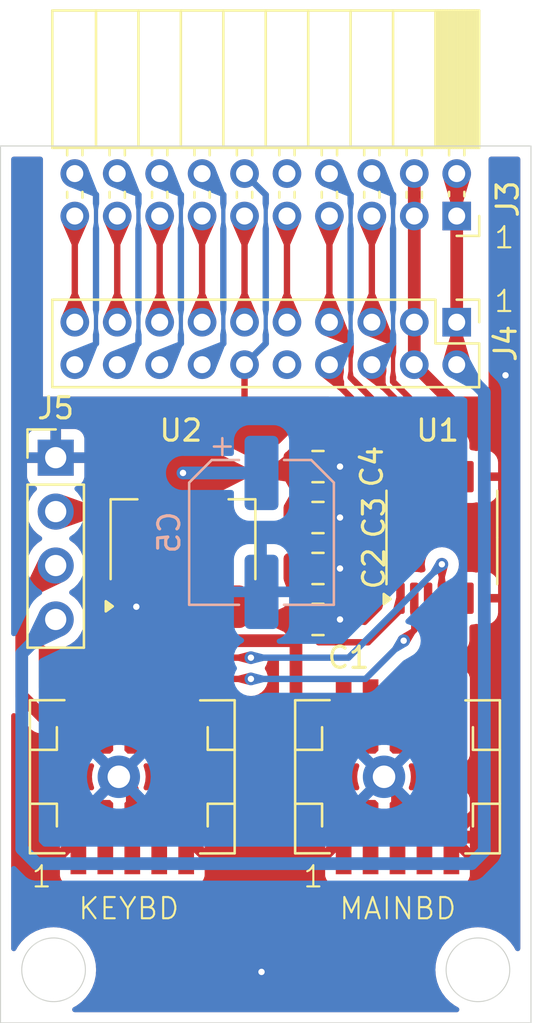
<source format=kicad_pcb>
(kicad_pcb
	(version 20240108)
	(generator "pcbnew")
	(generator_version "8.0")
	(general
		(thickness 1.6)
		(legacy_teardrops no)
	)
	(paper "A4")
	(layers
		(0 "F.Cu" signal)
		(31 "B.Cu" signal)
		(32 "B.Adhes" user "B.Adhesive")
		(33 "F.Adhes" user "F.Adhesive")
		(34 "B.Paste" user)
		(35 "F.Paste" user)
		(36 "B.SilkS" user "B.Silkscreen")
		(37 "F.SilkS" user "F.Silkscreen")
		(38 "B.Mask" user)
		(39 "F.Mask" user)
		(40 "Dwgs.User" user "User.Drawings")
		(41 "Cmts.User" user "User.Comments")
		(42 "Eco1.User" user "User.Eco1")
		(43 "Eco2.User" user "User.Eco2")
		(44 "Edge.Cuts" user)
		(45 "Margin" user)
		(46 "B.CrtYd" user "B.Courtyard")
		(47 "F.CrtYd" user "F.Courtyard")
		(48 "B.Fab" user)
		(49 "F.Fab" user)
		(50 "User.1" user)
		(51 "User.2" user)
		(52 "User.3" user)
		(53 "User.4" user)
		(54 "User.5" user)
		(55 "User.6" user)
		(56 "User.7" user)
		(57 "User.8" user)
		(58 "User.9" user)
	)
	(setup
		(pad_to_mask_clearance 0)
		(allow_soldermask_bridges_in_footprints no)
		(pcbplotparams
			(layerselection 0x00010fc_ffffffff)
			(plot_on_all_layers_selection 0x0000000_00000000)
			(disableapertmacros no)
			(usegerberextensions no)
			(usegerberattributes yes)
			(usegerberadvancedattributes yes)
			(creategerberjobfile yes)
			(dashed_line_dash_ratio 12.000000)
			(dashed_line_gap_ratio 3.000000)
			(svgprecision 4)
			(plotframeref no)
			(viasonmask no)
			(mode 1)
			(useauxorigin no)
			(hpglpennumber 1)
			(hpglpenspeed 20)
			(hpglpendiameter 15.000000)
			(pdf_front_fp_property_popups yes)
			(pdf_back_fp_property_popups yes)
			(dxfpolygonmode yes)
			(dxfimperialunits yes)
			(dxfusepcbnewfont yes)
			(psnegative no)
			(psa4output no)
			(plotreference yes)
			(plotvalue yes)
			(plotfptext yes)
			(plotinvisibletext no)
			(sketchpadsonfab no)
			(subtractmaskfromsilk no)
			(outputformat 1)
			(mirror no)
			(drillshape 1)
			(scaleselection 1)
			(outputdirectory "")
		)
	)
	(net 0 "")
	(net 1 "+5V")
	(net 2 "GND")
	(net 3 "+3.3V")
	(net 4 "/KBD_RX")
	(net 5 "/KBD_TX")
	(net 6 "/SCOPE_RX")
	(net 7 "/SCOPE_TX")
	(net 8 "Net-(J3-Pin_18)")
	(net 9 "Net-(J3-Pin_13)")
	(net 10 "Net-(J3-Pin_14)")
	(net 11 "/U1_RX")
	(net 12 "Net-(J3-Pin_20)")
	(net 13 "/U0_RX")
	(net 14 "+12V")
	(net 15 "Net-(J3-Pin_16)")
	(net 16 "unconnected-(J3-Pin_10-Pad10)")
	(net 17 "Net-(J3-Pin_19)")
	(net 18 "Net-(J3-Pin_17)")
	(net 19 "Net-(J3-Pin_15)")
	(net 20 "/U0_TX")
	(net 21 "/U1_TX")
	(net 22 "unconnected-(J4-Pin_10-Pad10)")
	(net 23 "unconnected-(U1-NC-Pad6)")
	(net 24 "unconnected-(U1-NC-Pad9)")
	(net 25 "Net-(J3-Pin_9)")
	(net 26 "Net-(J3-Pin_11)")
	(footprint "feet:TE_104549" (layer "F.Cu") (at 99.71 61.41))
	(footprint "Package_TO_SOT_SMD:SOT-223-3_TabPin2" (layer "F.Cu") (at 89.6 50.25 90))
	(footprint "Connector_PinHeader_2.00mm:PinHeader_2x10_P2.00mm_Vertical" (layer "F.Cu") (at 102.5 40 -90))
	(footprint "Connector_PinHeader_2.54mm:PinHeader_1x04_P2.54mm_Vertical" (layer "F.Cu") (at 83.6 46.38))
	(footprint "Capacitor_SMD:C_0805_2012Metric_Pad1.18x1.45mm_HandSolder" (layer "F.Cu") (at 95.9625 49.2))
	(footprint "Capacitor_SMD:C_0805_2012Metric_Pad1.18x1.45mm_HandSolder" (layer "F.Cu") (at 95.9625 51.6))
	(footprint "Capacitor_SMD:C_0805_2012Metric_Pad1.18x1.45mm_HandSolder" (layer "F.Cu") (at 95.9625 54))
	(footprint "feet:TE_104549" (layer "F.Cu") (at 87.21 61.41))
	(footprint "Connector_PinSocket_2.00mm:PinSocket_2x10_P2.00mm_Horizontal" (layer "F.Cu") (at 102.5 35 -90))
	(footprint "Capacitor_SMD:C_0805_2012Metric_Pad1.18x1.45mm_HandSolder" (layer "F.Cu") (at 95.9625 46.8))
	(footprint "Package_SO:TSSOP-14_4.4x5mm_P0.65mm" (layer "F.Cu") (at 101.8 50.1375 90))
	(footprint "Capacitor_SMD:CP_Elec_6.3x5.4" (layer "B.Cu") (at 93.3 49.9 -90))
	(gr_line
		(start 81 31.7)
		(end 106 31.7)
		(stroke
			(width 0.05)
			(type default)
		)
		(layer "Edge.Cuts")
		(uuid "32708149-2d6a-4306-acfd-2bb14aae2c81")
	)
	(gr_line
		(start 81 73)
		(end 106 73)
		(stroke
			(width 0.05)
			(type default)
		)
		(layer "Edge.Cuts")
		(uuid "3c584659-6acb-4b7a-b957-8162d8046550")
	)
	(gr_circle
		(center 83.5 70.5)
		(end 85 70.5)
		(stroke
			(width 0.05)
			(type default)
		)
		(fill none)
		(layer "Edge.Cuts")
		(uuid "3f599d38-3365-4fa8-9061-6869ffa43fe3")
	)
	(gr_line
		(start 81 31.7)
		(end 81 73)
		(stroke
			(width 0.05)
			(type default)
		)
		(layer "Edge.Cuts")
		(uuid "58ab59c0-8981-4c3b-ab24-405566cafa4f")
	)
	(gr_line
		(start 106 31.7)
		(end 106 73)
		(stroke
			(width 0.05)
			(type default)
		)
		(layer "Edge.Cuts")
		(uuid "99c6b6c8-cdf1-4d97-a13a-5c64f14ba23f")
	)
	(gr_circle
		(center 103.5 70.5)
		(end 105 70.5)
		(stroke
			(width 0.05)
			(type default)
		)
		(fill none)
		(layer "Edge.Cuts")
		(uuid "f38fd365-05e7-47ea-93f2-5812374327d0")
	)
	(gr_text "1"
		(at 95.2 66.7 0)
		(layer "F.SilkS")
		(uuid "3a7746a9-1a96-4278-ac17-4d00440dad67")
		(effects
			(font
				(size 1 1)
				(thickness 0.1)
			)
			(justify left bottom)
		)
	)
	(gr_text "MAINBD"
		(at 96.9 68.2 0)
		(layer "F.SilkS")
		(uuid "5e2d3ae7-01bc-4dcd-b0cb-d1b57de2ace2")
		(effects
			(font
				(size 1 1)
				(thickness 0.1)
			)
			(justify left bottom)
		)
	)
	(gr_text "1"
		(at 82.4 66.7 0)
		(layer "F.SilkS")
		(uuid "765c99eb-6161-4f51-8b56-cc618da4244b")
		(effects
			(font
				(size 1 1)
				(thickness 0.1)
			)
			(justify left bottom)
		)
	)
	(gr_text "1"
		(at 104.2 36.6 0)
		(layer "F.SilkS")
		(uuid "acd9a02a-a2c1-4300-8da1-40ec14c8dfff")
		(effects
			(font
				(size 1 1)
				(thickness 0.1)
			)
			(justify left bottom)
		)
	)
	(gr_text "1"
		(at 104.2 39.6 0)
		(layer "F.SilkS")
		(uuid "b1fc1ca0-c528-4332-b747-c55575479b7e")
		(effects
			(font
				(size 1 1)
				(thickness 0.1)
			)
			(justify left bottom)
		)
	)
	(gr_text "KEYBD"
		(at 84.6 68.2 0)
		(layer "F.SilkS")
		(uuid "ea93ea63-dc91-4145-b574-12b647adf899")
		(effects
			(font
				(size 1 1)
				(thickness 0.1)
			)
			(justify left bottom)
		)
	)
	(segment
		(start 99.85 53)
		(end 99.85 53.55)
		(width 0.3)
		(layer "F.Cu")
		(net 1)
		(uuid "024e78c8-8fe7-4bbc-947e-91020d86fb38")
	)
	(segment
		(start 98.325 55.075)
		(end 96 55.075)
		(width 0.3)
		(layer "F.Cu")
		(net 1)
		(uuid "1aea02c7-aa2e-40ff-b0bb-d07545fab409")
	)
	(segment
		(start 94.925 58.465)
		(end 94.925 54.8)
		(width 0.6)
		(layer "F.Cu")
		(net 1)
		(uuid "1df0a90c-2d80-4a45-8568-15d4747d9f91")
	)
	(segment
		(start 91.9 53.4)
		(end 93 53.4)
		(width 0.6)
		(layer "F.Cu")
		(net 1)
		(uuid "394e3557-0fa1-43da-9e88-3a67af153cb2")
	)
	(segment
		(start 97.17 58.57)
		(end 95.03 58.57)
		(width 0.6)
		(layer "F.Cu")
		(net 1)
		(uuid "435a15d7-b0ae-417c-9429-8aadd32eecf9")
	)
	(segment
		(start 97.17 58.57)
		(end 99.71 58.57)
		(width 0.6)
		(layer "F.Cu")
		(net 1)
		(uuid "53a6f3bf-221a-4c4a-8e22-7aa55d862b01")
	)
	(segment
		(start 82 57.6)
		(end 82 53.06)
		(width 0.6)
		(layer "F.Cu")
		(net 1)
		(uuid "6520a564-b2c9-486d-a8c7-74114864207d")
	)
	(segment
		(start 99.85 53.55)
		(end 98.325 55.075)
		(width 0.3)
		(layer "F.Cu")
		(net 1)
		(uuid "87ae6932-fd0a-438b-89a0-41f9ec04884f")
	)
	(segment
		(start 96 55.075)
		(end 94.925 54)
		(width 0.3)
		(layer "F.Cu")
		(net 1)
		(uuid "8a1d31c8-a8c8-4b8a-b535-e3edf0e7c071")
	)
	(segment
		(start 82 53.06)
		(end 83.6 51.46)
		(width 0.6)
		(layer "F.Cu")
		(net 1)
		(uuid "8f56fd81-bf2f-4715-a3c0-07232cbdf5b7")
	)
	(segment
		(start 87.21 55.79)
		(end 87.9 55.1)
		(width 0.6)
		(layer "F.Cu")
		(net 1)
		(uuid "8ff882c0-1d38-4f1f-a7f8-98239f915ce9")
	)
	(segment
		(start 87.21 58.57)
		(end 87.21 55.79)
		(width 0.6)
		(layer "F.Cu")
		(net 1)
		(uuid "9820cc32-edb8-42e0-a58d-dab9805e7ebc")
	)
	(segment
		(start 95.03 58.57)
		(end 94.925 58.465)
		(width 0.6)
		(layer "F.Cu")
		(net 1)
		(uuid "c08c8569-48e6-4319-8376-40d70a119f3a")
	)
	(segment
		(start 87.21 58.57)
		(end 82.97 58.57)
		(width 0.6)
		(layer "F.Cu")
		(net 1)
		(uuid "ceb47ba6-fbab-4101-b9ec-b245fdb110bb")
	)
	(segment
		(start 94.925 54.8)
		(end 94.925 51.6)
		(width 0.6)
		(layer "F.Cu")
		(net 1)
		(uuid "d6f03763-ce5f-466b-afbf-0c97f55f967b")
	)
	(segment
		(start 87.9 55.1)
		(end 88 55)
		(width 0.6)
		(layer "F.Cu")
		(net 1)
		(uuid "e140244d-8ef3-4490-9cc6-fc6b40548b78")
	)
	(segment
		(start 93 53.4)
		(end 93.6 54)
		(width 0.6)
		(layer "F.Cu")
		(net 1)
		(uuid "e5b0651f-d44f-4ca9-b438-1cff7da6e1ed")
	)
	(segment
		(start 88 55)
		(end 94.725 55)
		(width 0.6)
		(layer "F.Cu")
		(net 1)
		(uuid "e5e4b2a2-6ec6-47ab-9b32-9c09fd316469")
	)
	(segment
		(start 93.6 54)
		(end 94.925 54)
		(width 0.6)
		(layer "F.Cu")
		(net 1)
		(uuid "e94120b9-0e23-4dd6-b677-7b6711e051aa")
	)
	(segment
		(start 82.97 58.57)
		(end 82 57.6)
		(width 0.6)
		(layer "F.Cu")
		(net 1)
		(uuid "ee776f01-85ae-4e6c-bff1-2e1f6e94349d")
	)
	(segment
		(start 100.5 42)
		(end 100.5 33)
		(width 0.6)
		(layer "F.Cu")
		(net 2)
		(uuid "006e8ca1-a74e-406e-8f03-3c9bed4f9972")
	)
	(segment
		(start 97 49.2)
		(end 103 49.2)
		(width 0.6)
		(layer "F.Cu")
		(net 2)
		(uuid "0369ffbe-a36f-49a7-b2dd-86ce44f6ac4f")
	)
	(segment
		(start 97 46.8)
		(end 97 54)
		(width 0.6)
		(layer "F.Cu")
		(net 2)
		(uuid "083d6be5-521f-49c5-b441-e32d4d7227df")
	)
	(segment
		(start 86.61 61.41)
		(end 87.21 62.01)
		(width 0.6)
		(layer "F.Cu")
		(net 2)
		(uuid "0855a620-1410-4428-accf-29584becbe09")
	)
	(segment
		(start 83.7 43.9)
		(end 83.6 44)
		(width 0.3)
		(layer "F.Cu")
		(net 2)
		(uuid "142ba5b4-aea7-4183-aacf-936e14372521")
	)
	(segment
		(start 87.21 62.01)
		(end 87.21 64.25)
		(width 0.6)
		(layer "F.Cu")
		(net 2)
		(uuid "2a9a01db-4af7-4a42-85b2-2673dbc7fb6c")
	)
	(segment
		(start 100.5 42)
		(end 105 46.5)
		(width 0.6)
		(layer "F.Cu")
		(net 2)
		(uuid "2d5bacbc-ac09-43ab-8998-142ee7f1241d")
	)
	(segment
		(start 105 63.7)
		(end 104.4 64.3)
		(width 0.6)
		(layer "F.Cu")
		(net 2)
		(uuid "35a6a925-3214-46e4-96d7-ba76e9f8ac17")
	)
	(segment
		(start 99.71 62.11)
		(end 99.71 64.25)
		(width 0.6)
		(layer "F.Cu")
		(net 2)
		(uuid "464ea458-0d52-40fa-93f8-68dfa2686788")
	)
	(segment
		(start 103.75 53)
		(end 103.75 50.4)
		(width 0.3)
		(layer "F.Cu")
		(net 2)
		(uuid "5e83eb94-679c-45e9-b374-ba33547a96d3")
	)
	(segment
		(start 83.6 44)
		(end 83.6 46.38)
		(width 0.3)
		(layer "F.Cu")
		(net 2)
		(uuid "61ed49e6-c369-4a31-bb6d-15fb036146ec")
	)
	(segment
		(start 99.075 61.475)
		(end 99.71 62.11)
		(width 0.6)
		(layer "F.Cu")
		(net 2)
		(uuid "75084441-d20b-468b-b056-359bf33ac1de")
	)
	(segment
		(start 99.075 61.41)
		(end 99.075 61.475)
		(width 0.6)
		(layer "F.Cu")
		(net 2)
		(uuid "782b5387-0c48-485f-b1e8-18a80e86f1b1")
	)
	(segment
		(start 103.75 49.2)
		(end 103 49.2)
		(width 0.3)
		(layer "F.Cu")
		(net 2)
		(uuid "79b6382c-491a-4dd2-b8c2-3924b4cd06de")
	)
	(segment
		(start 87.3 53.4)
		(end 87.4 53.4)
		(width 0.6)
		(layer "F.Cu")
		(net 2)
		(uuid "859b2935-51d8-4e1a-acc2-98db3f41d438")
	)
	(segment
		(start 92.5 42)
		(end 92.5 43.9)
		(width 0.3)
		(layer "F.Cu")
		(net 2)
		(uuid "94cfc29d-37ec-4a48-98ee-98429e270da3")
	)
	(segment
		(start 93.3 64.25)
		(end 102.25 64.25)
		(width 0.6)
		(layer "F.Cu")
		(net 2)
		(uuid "9722aa73-6b40-40ee-97d1-74338cc4ca43")
	)
	(segment
		(start 103.75 49.2)
		(end 103.75 47.275)
		(width 0.3)
		(layer "F.Cu")
		(net 2)
		(uuid "a73a92d3-ad39-4710-919a-2d0b042c7bd6")
	)
	(segment
		(start 84.67 64.25)
		(end 93.3 64.25)
		(width 0.6)
		(layer "F.Cu")
		(net 2)
		(uuid "a9e396ad-c173-4be1-998d-8a484ec9cad5")
	)
	(segment
		(start 105 46.5)
		(end 105 42.7)
		(width 0.6)
		(layer "F.Cu")
		(net 2)
		(uuid "b44ea294-b2cc-4f25-9403-1fd188fa02e9")
	)
	(segment
		(start 105 42.7)
		(end 104.8 42.5)
		(width 0.6)
		(layer "F.Cu")
		(net 2)
		(uuid "c02584db-1ba8-41e2-9d3f-cdeffcc1f736")
	)
	(segment
		(start 92.5 43.9)
		(end 83.7 43.9)
		(width 0.3)
		(layer "F.Cu")
		(net 2)
		(uuid "cd7d3c6d-cc2d-48d6-99d9-f2a9e3beccb2")
	)
	(segment
		(start 103.75 50.4)
		(end 103.75 49.2)
		(width 0.3)
		(layer "F.Cu")
		(net 2)
		(uuid "cfb8600b-abb6-4f3f-92c0-914c6c94d87e")
	)
	(segment
		(start 93.3 64.25)
		(end 93.3 70.6)
		(width 0.6)
		(layer "F.Cu")
		(net 2)
		(uuid "ea5ab4c6-f8c5-4047-8f59-35d433d836b3")
	)
	(segment
		(start 104.35 64.25)
		(end 102.25 64.25)
		(width 0.6)
		(layer "F.Cu")
		(net 2)
		(uuid "eb354e36-995c-4a8a-bf92-5c5f6d4e4804")
	)
	(segment
		(start 86.575 61.41)
		(end 86.61 61.41)
		(width 0.6)
		(layer "F.Cu")
		(net 2)
		(uuid "ebcfc95c-e24e-4f20-a382-6e3d7e00c289")
	)
	(segment
		(start 104.4 64.3)
		(end 104.35 64.25)
		(width 0.6)
		(layer "F.Cu")
		(net 2)
		(uuid "f74eaad9-1e0a-407e-a416-2f66ea8c2b93")
	)
	(segment
		(start 105 46.5)
		(end 105 63.7)
		(width 0.6)
		(layer "F.Cu")
		(net 2)
		(uuid "fc7e63d4-fe68-4f19-b21a-b21b27e0ce2c")
	)
	(via
		(at 104.8 42.5)
		(size 0.6)
		(drill 0.3)
		(layers "F.Cu" "B.Cu")
		(net 2)
		(uuid "17454a0b-7307-4c19-b5af-adf4c8f29138")
	)
	(via
		(at 97 49.2)
		(size 0.6)
		(drill 0.3)
		(layers "F.Cu" "B.Cu")
		(teardrops
			(best_length_ratio 0.5)
			(max_length 1)
			(best_width_ratio 1)
			(max_width 2)
			(curve_points 0)
			(filter_ratio 0.9)
			(enabled yes)
			(allow_two_segments yes)
			(prefer_zone_connections yes)
		)
		(net 2)
		(uuid "1a3bd6e8-c561-4d50-ae02-21bc3014b609")
	)
	(via
		(at 87.4 53.4)
		(size 0.6)
		(drill 0.3)
		(layers "F.Cu" "B.Cu")
		(teardrops
			(best_length_ratio 0.5)
			(max_length 1)
			(best_width_ratio 1)
			(max_width 2)
			(curve_points 0)
			(filter_ratio 0.9)
			(enabled yes)
			(allow_two_segments yes)
			(prefer_zone_connections yes)
		)
		(net 2)
		(uuid "9e2b3e4e-a17c-4a29-b988-2a383830fb8c")
	)
	(via
		(at 97 46.8)
		(size 0.6)
		(drill 0.3)
		(layers "F.Cu" "B.Cu")
		(teardrops
			(best_length_ratio 0.5)
			(max_length 1)
			(best_width_ratio 1)
			(max_width 2)
			(curve_points 0)
			(filter_ratio 0.9)
			(enabled yes)
			(allow_two_segments yes)
			(prefer_zone_connections yes)
		)
		(net 2)
		(uuid "b38e0185-ef63-4b09-9ade-f4e63abd5b2d")
	)
	(via
		(at 97 51.6)
		(size 0.6)
		(drill 0.3)
		(layers "F.Cu" "B.Cu")
		(teardrops
			(best_length_ratio 0.5)
			(max_length 1)
			(best_width_ratio 1)
			(max_width 2)
			(curve_points 0)
			(filter_ratio 0.9)
			(enabled yes)
			(allow_two_segments yes)
			(prefer_zone_connections yes)
		)
		(net 2)
		(uuid "cd9634aa-fd97-40ef-972a-827e38deda19")
	)
	(via
		(at 93.3 70.6)
		(size 0.6)
		(drill 0.3)
		(layers "F.Cu" "B.Cu")
		(net 2)
		(uuid "e6b8e4a1-fcad-4e73-9ffb-fe4b3b62e231")
	)
	(via
		(at 97 54)
		(size 0.6)
		(drill 0.3)
		(layers "F.Cu" "B.Cu")
		(teardrops
			(best_length_ratio 0.5)
			(max_length 1)
			(best_width_ratio 1)
			(max_width 2)
			(curve_points 0)
			(filter_ratio 0.9)
			(enabled yes)
			(allow_two_segments yes)
			(prefer_zone_connections yes)
		)
		(net 2)
		(uuid "e9889c6c-a0a9-47b3-adaf-8a4cd3db0382")
	)
	(segment
		(start 93.5 41)
		(end 93.5 40.6)
		(width 0.3)
		(layer "B.Cu")
		(net 2)
		(uuid "36a49c9b-a9a9-430a-84fa-b85613578357")
	)
	(segment
		(start 93.5 34.4)
		(end 93.5 35.6)
		(width 0.2)
		(layer "B.Cu")
		(net 2)
		(uuid "42352497-32fd-4734-90fa-520f0813611e")
	)
	(segment
		(start 93.5 34)
		(end 93.5 34.4)
		(width 0.3)
		(layer "B.Cu")
		(net 2)
		(uuid "47baca00-1855-4f24-b9b5-0cad325a8296")
	)
	(segment
		(start 93.5 40.6)
		(end 93.5 39.4)
		(width 0.2)
		(layer "B.Cu")
		(net 2)
		(uuid "aedd3cd3-eca2-4a71-9036-44fcdb7df61a")
	)
	(segment
		(start 92.5 42)
		(end 93.5 41)
		(width 0.3)
		(layer "B.Cu")
		(net 2)
		(uuid "c0d8e159-97f4-4634-9347-4292cefba878")
	)
	(segment
		(start 93.5 35.6)
		(end 93.5 39.4)
		(width 0.3)
		(layer "B.Cu")
		(net 2)
		(uuid "d0f19f41-66a9-43ec-88e4-57afb920665d")
	)
	(segment
		(start 92.5 33)
		(end 93.5 34)
		(width 0.3)
		(layer "B.Cu")
		(net 2)
		(uuid "f2410efc-19ce-4b4d-b7ff-8b7432733c0b")
	)
	(segment
		(start 94.925 46.8)
		(end 94.925 45.875)
		(width 0.3)
		(layer "F.Cu")
		(net 3)
		(uuid "0b48860b-3954-499b-abbc-18e6818cd073")
	)
	(segment
		(start 94.925 46.8)
		(end 94.925 49.2)
		(width 0.3)
		(layer "F.Cu")
		(net 3)
		(uuid "14bfec84-95a7-4b5d-909e-c9360efa0fa1")
	)
	(segment
		(start 83.6 48.92)
		(end 87.78 48.92)
		(width 0.6)
		(layer "F.Cu")
		(net 3)
		(uuid "5fc02209-901f-4b00-87f5-ca3c67b18a94")
	)
	(segment
		(start 89.6 53.4)
		(end 89.6 47.1)
		(width 0.6)
		(layer "F.Cu")
		(net 3)
		(uuid "75f0362c-dbca-43f0-a193-452284d1afed")
	)
	(segment
		(start 94.925 45.875)
		(end 95.2 45.6)
		(width 0.3)
		(layer "F.Cu")
		(net 3)
		(uuid "784cf6ee-4348-47a4-a210-f08783445ecb")
	)
	(segment
		(start 87.78 48.92)
		(end 89.6 47.1)
		(width 0.6)
		(layer "F.Cu")
		(net 3)
		(uuid "7c15ba70-468c-487d-9d33-0d4dc5f94004")
	)
	(segment
		(start 98.6 45.6)
		(end 99.85 46.85)
		(width 0.3)
		(layer "F.Cu")
		(net 3)
		(uuid "7fd95309-e9be-4512-8873-6a7aa58109be")
	)
	(segment
		(start 94.625 47.1)
		(end 94.925 46.8)
		(width 0.6)
		(layer "F.Cu")
		(net 3)
		(uuid "ca85ce6f-5aa5-4946-9a5f-50168c7afac7")
	)
	(segment
		(start 99.85 46.85)
		(end 99.85 47.275)
		(width 0.3)
		(layer "F.Cu")
		(net 3)
		(uuid "e8ffb6c0-5dff-4a1f-ab8d-8dc0f063cded")
	)
	(segment
		(start 89.6 47.1)
		(end 94.625 47.1)
		(width 0.6)
		(layer "F.Cu")
		(net 3)
		(uuid "f989d6fc-e671-4fb9-b474-008b81b09be5")
	)
	(segment
		(start 95.2 45.6)
		(end 98.6 45.6)
		(width 0.3)
		(layer "F.Cu")
		(net 3)
		(uuid "fe435364-8050-46f6-84bc-14cbd4e25395")
	)
	(via
		(at 89.6 47.1)
		(size 0.6)
		(drill 0.3)
		(layers "F.Cu" "B.Cu")
		(net 3)
		(uuid "bc7bc50c-8a34-4204-a52d-321d483ab4df")
	)
	(segment
		(start 93.3 47.1)
		(end 89.6 47.1)
		(width 0.6)
		(layer "B.Cu")
		(net 3)
		(uuid "61d062fb-2de5-4a02-9c98-5989ccc4c0ae")
	)
	(segment
		(start 88.48 56.32)
		(end 89 55.8)
		(width 0.3)
		(layer "F.Cu")
		(net 4)
		(uuid "37615640-98a0-4e29-b171-ddfdfa6063c9")
	)
	(segment
		(start 89 55.8)
		(end 92.8 55.8)
		(width 0.3)
		(layer "F.Cu")
		(net 4)
		(uuid "395f6bb2-d3b5-4056-8153-0eb80f36425a")
	)
	(segment
		(start 88.48 58.57)
		(end 88.48 56.32)
		(width 0.3)
		(layer "F.Cu")
		(net 4)
		(uuid "492a3ede-fdac-495c-a81f-07d9c145d683")
	)
	(segment
		(start 101.8 51.4)
		(end 101.8 53)
		(width 0.3)
		(layer "F.Cu")
		(net 4)
		(uuid "90c6ff71-6dc5-4895-9b91-803746f4ff46")
	)
	(via
		(at 92.8 55.8)
		(size 0.6)
		(drill 0.3)
		(layers "F.Cu" "B.Cu")
		(teardrops
			(best_length_ratio 0.5)
			(max_length 1)
			(best_width_ratio 1)
			(max_width 2)
			(curve_points 0)
			(filter_ratio 0.9)
			(enabled yes)
			(allow_two_segments yes)
			(prefer_zone_connections yes)
		)
		(net 4)
		(uuid "96a712b3-a3ff-4906-82ea-3ec0a54ab496")
	)
	(via
		(at 101.8 51.4)
		(size 0.6)
		(drill 0.3)
		(layers "F.Cu" "B.Cu")
		(teardrops
			(best_length_ratio 0.5)
			(max_length 1)
			(best_width_ratio 1)
			(max_width 2)
			(curve_points 0)
			(filter_ratio 0.9)
			(enabled yes)
			(allow_two_segments yes)
			(prefer_zone_connections yes)
		)
		(net 4)
		(uuid "db398cc4-6081-49fb-9219-8cbb80b78c34")
	)
	(segment
		(start 92.8 55.8)
		(end 97.4 55.8)
		(width 0.3)
		(layer "B.Cu")
		(net 4)
		(uuid "0f640828-ce26-498a-8bc0-7ac3d83d306d")
	)
	(segment
		(start 97.4 55.8)
		(end 101.8 51.4)
		(width 0.3)
		(layer "B.Cu")
		(net 4)
		(uuid "6add0819-0fb9-4472-8557-2bb0c7b640f3")
	)
	(segment
		(start 100 55)
		(end 100.5 54.5)
		(width 0.3)
		(layer "F.Cu")
		(net 5)
		(uuid "3124de3a-5be9-477b-9361-bf5f6894582c")
	)
	(segment
		(start 90 56.8)
		(end 92.8 56.8)
		(width 0.3)
		(layer "F.Cu")
		(net 5)
		(uuid "40e23bd4-c1d1-408e-8c73-ae90327a4dd0")
	)
	(segment
		(start 89.75 57.05)
		(end 89.75 58.57)
		(width 0.3)
		(layer "F.Cu")
		(net 5)
		(uuid "cdd5e082-552f-4cbe-b45e-ccb887183483")
	)
	(segment
		(start 89.75 58.57)
		(end 89.8 58.52)
		(width 0.3)
		(layer "F.Cu")
		(net 5)
		(uuid "db6756ed-b4c0-4f51-af6e-463eefb20690")
	)
	(segment
		(start 90 56.8)
		(end 89.75 57.05)
		(width 0.3)
		(layer "F.Cu")
		(net 5)
		(uuid "e6b3898a-9394-42fd-8935-b4433bf55866")
	)
	(segment
		(start 100.5 54.5)
		(end 100.5 53)
		(width 0.3)
		(layer "F.Cu")
		(net 5)
		(uuid "fcd7ea6f-ad4b-4850-ad38-9d956a01764d")
	)
	(via
		(at 100 55)
		(size 0.6)
		(drill 0.3)
		(layers "F.Cu" "B.Cu")
		(teardrops
			(best_length_ratio 0.5)
			(max_length 1)
			(best_width_ratio 1)
			(max_width 2)
			(curve_points 0)
			(filter_ratio 0.9)
			(enabled yes)
			(allow_two_segments yes)
			(prefer_zone_connections yes)
		)
		(net 5)
		(uuid "73fc8bd8-e37e-4cf4-bee1-4166434fcfc5")
	)
	(via
		(at 92.8 56.8)
		(size 0.6)
		(drill 0.3)
		(layers "F.Cu" "B.Cu")
		(teardrops
			(best_length_ratio 0.5)
			(max_length 1)
			(best_width_ratio 1)
			(max_width 2)
			(curve_points 0)
			(filter_ratio 0.9)
			(enabled yes)
			(allow_two_segments yes)
			(prefer_zone_connections yes)
		)
		(net 5)
		(uuid "aa8071ca-4b35-4417-8f12-c6b302ad5bbd")
	)
	(segment
		(start 98.2 56.8)
		(end 100 55)
		(width 0.3)
		(layer "B.Cu")
		(net 5)
		(uuid "3de4216d-fd95-4066-8528-572ff4327498")
	)
	(segment
		(start 92.8 56.8)
		(end 98.2 56.8)
		(width 0.3)
		(layer "B.Cu")
		(net 5)
		(uuid "9ca3acd2-e17e-4d93-a7fc-9484abb014fe")
	)
	(segment
		(start 102.25 55.15)
		(end 102.25 58.57)
		(width 0.3)
		(layer "F.Cu")
		(net 6)
		(uuid "90d8ca92-68ac-49b5-b72f-6e7b7d61a9d1")
	)
	(segment
		(start 102.45 53)
		(end 102.45 54.95)
		(width 0.3)
		(layer "F.Cu")
		(net 6)
		(uuid "bb26f846-7516-4c99-8848-8dfb891e6d61")
	)
	(segment
		(start 102.45 54.95)
		(end 102.25 55.15)
		(width 0.3)
		(layer "F.Cu")
		(net 6)
		(uuid "e368f44a-bc65-41e5-9f01-0f4c47f2dea0")
	)
	(segment
		(start 101.15 58.4)
		(end 101.15 53)
		(width 0.3)
		(layer "F.Cu")
		(net 7)
		(uuid "1cac7af1-ac5f-4da7-8095-9026006bf5be")
	)
	(segment
		(start 100.98 58.57)
		(end 101.15 58.4)
		(width 0.3)
		(layer "F.Cu")
		(net 7)
		(uuid "c45194ef-aadc-4ef3-8747-183d44f72f5d")
	)
	(segment
		(start 87.5 34)
		(end 87.5 34.4)
		(width 0.3)
		(layer "B.Cu")
		(net 8)
		(uuid "4a7d815e-021a-4332-9968-da71139efcf0")
	)
	(segment
		(start 86.5 42)
		(end 87.5 41)
		(width 0.3)
		(layer "B.Cu")
		(net 8)
		(uuid "5dadb126-930f-4ada-bd2b-d81cc103fba3")
	)
	(segment
		(start 87.5 35.6)
		(end 87.5 39.4)
		(width 0.3)
		(layer "B.Cu")
		(net 8)
		(uuid "7b7cf23a-5f91-4576-9c0c-b46d1b76f91a")
	)
	(segment
		(start 87.5 41)
		(end 87.5 40.6)
		(width 0.3)
		(layer "B.Cu")
		(net 8)
		(uuid "7db7f25f-392a-4507-9e67-d9d761eb19fe")
	)
	(segment
		(start 87.5 34.4)
		(end 87.5 35.6)
		(width 0.2)
		(layer "B.Cu")
		(net 8)
		(uuid "c3cf9719-f201-4019-9a31-0147325437ee")
	)
	(segment
		(start 86.5 33)
		(end 87.5 34)
		(width 0.3)
		(layer "B.Cu")
		(net 8)
		(uuid "c5f60127-2bd1-4438-bb1c-d2e0bffae28e")
	)
	(segment
		(start 87.5 40.6)
		(end 87.5 39.4)
		(width 0.2)
		(layer "B.Cu")
		(net 8)
		(uuid "f53090f1-7825-46ff-9d8d-6045c59c07f9")
	)
	(segment
		(start 90.5 35)
		(end 90.5 40)
		(width 0.3)
		(layer "F.Cu")
		(net 9)
		(uuid "af9c0eed-c8a9-4359-a588-b5b66d1f56cb")
	)
	(segment
		(start 91.5 34.4)
		(end 91.5 35.6)
		(width 0.2)
		(layer "B.Cu")
		(net 10)
		(uuid "1fa10f8f-14ef-4b7f-860a-8ef5e92d5ec9")
	)
	(segment
		(start 91.5 34)
		(end 91.5 34.4)
		(width 0.3)
		(layer "B.Cu")
		(net 10)
		(uuid "60814545-bec6-4f41-b2b4-45f71d8123d6")
	)
	(segment
		(start 91.5 41)
		(end 91.5 40.6)
		(width 0.3)
		(layer "B.Cu")
		(net 10)
		(uuid "67a188c5-c9e3-4a5f-ab2d-9373259a36c3")
	)
	(segment
		(start 90.5 42)
		(end 91.5 41)
		(width 0.3)
		(layer "B.Cu")
		(net 10)
		(uuid "67c466be-2ade-4426-901d-5c11bef01a51")
	)
	(segment
		(start 90.5 33)
		(end 91.5 34)
		(width 0.3)
		(layer "B.Cu")
		(net 10)
		(uuid "70d10cc5-c928-422f-b145-0e55691c7dc8")
	)
	(segment
		(start 91.5 35.6)
		(end 91.5 39.4)
		(width 0.3)
		(layer "B.Cu")
		(net 10)
		(uuid "b937bfa5-848d-4435-9198-0124a06ac1cb")
	)
	(segment
		(start 91.5 40.6)
		(end 91.5 39.4)
		(width 0.2)
		(layer "B.Cu")
		(net 10)
		(uuid "c9474a64-8297-4efd-b202-02c201c88b07")
	)
	(segment
		(start 97.699 42.8)
		(end 97.5 42.601)
		(width 0.3)
		(layer "F.Cu")
		(net 11)
		(uuid "1b1d3ae2-cf83-4720-85d7-bae1a3c32099")
	)
	(segment
		(start 97.5 41.001)
		(end 96.5 40.001)
		(width 0.3)
		(layer "F.Cu")
		(net 11)
		(uuid "2f9c7f6d-4621-44b1-8f5d-9bfea0853243")
	)
	(segment
		(start 96.5 35)
		(end 96.5 40)
		(width 0.3)
		(layer "F.Cu")
		(net 11)
		(uuid "36d4f0cf-924b-4c07-ba0a-9a957cc87e4d")
	)
	(segment
		(start 97.699 42.8)
		(end 97.7 42.8)
		(width 0.3)
		(layer "F.Cu")
		(net 11)
		(uuid "4cf0ce6b-7755-44b0-9ce0-91db0317a8a0")
	)
	(segment
		(start 97.7 42.8)
		(end 101.15 46.25)
		(width 0.3)
		(layer "F.Cu")
		(net 11)
		(uuid "5336351a-4f99-4177-8602-ecf495ddbfff")
	)
	(segment
		(start 97.5 41.401)
		(end 97.5 42.601)
		(width 0.2)
		(layer "F.Cu")
		(net 11)
		(uuid "6025db34-e691-464d-ba0e-b2fc4f2bd30e")
	)
	(segment
		(start 97.5 41.001)
		(end 97.5 41.401)
		(width 0.3)
		(layer "F.Cu")
		(net 11)
		(uuid "67dbda13-4a87-4e37-9317-1af266298ded")
	)
	(segment
		(start 101.15 46.25)
		(end 101.15 46.4)
		(width 0.3)
		(layer "F.Cu")
		(net 11)
		(uuid "af14db55-4952-433a-a71f-d44a2d79a5ba")
	)
	(segment
		(start 101.15 46.4)
		(end 101.15 47.275)
		(width 0.3)
		(layer "F.Cu")
		(net 11)
		(uuid "f814a4f3-08c9-4e2d-b459-e1b2fd7d79a8")
	)
	(segment
		(start 84.5 42)
		(end 85.5 41)
		(width 0.3)
		(layer "B.Cu")
		(net 12)
		(uuid "23eb65b1-12de-455d-a5d8-b09fbc1e8a08")
	)
	(segment
		(start 85.5 34.4)
		(end 85.5 35.6)
		(width 0.2)
		(layer "B.Cu")
		(net 12)
		(uuid "813efabf-2fbd-43f3-930e-34d2748daf49")
	)
	(segment
		(start 84.5 33)
		(end 85.5 34)
		(width 0.3)
		(layer "B.Cu")
		(net 12)
		(uuid "9b437707-70c7-48be-9168-3369328785d8")
	)
	(segment
		(start 85.5 34)
		(end 85.5 34.4)
		(width 0.3)
		(layer "B.Cu")
		(net 12)
		(uuid "a56d8d7d-6e91-4ae4-ba5b-47ff95720e75")
	)
	(segment
		(start 85.5 35.6)
		(end 85.5 39.4)
		(width 0.3)
		(layer "B.Cu")
		(net 12)
		(uuid "bb4b1248-1734-468d-a17a-4868253afb94")
	)
	(segment
		(start 85.5 41)
		(end 85.5 40.6)
		(width 0.3)
		(layer "B.Cu")
		(net 12)
		(uuid "fd60f942-2a9b-4b82-937a-8c1a50f72e28")
	)
	(segment
		(start 85.5 40.6)
		(end 85.5 39.4)
		(width 0.2)
		(layer "B.Cu")
		(net 12)
		(uuid "ffa454cb-45c2-4d16-9ccf-b67acd84155b")
	)
	(segment
		(start 100.5 46.537501)
		(end 100.5 47.275)
		(width 0.3)
		(layer "F.Cu")
		(net 13)
		(uuid "68636894-1034-4990-a571-c824a500f709")
	)
	(segment
		(start 96.5 42)
		(end 96.5 42.5375)
		(width 0.3)
		(layer "F.Cu")
		(net 13)
		(uuid "763be7bb-ad63-4505-bac8-77a48f826eb3")
	)
	(segment
		(start 96.5 42.5375)
		(end 100.5 46.537501)
		(width 0.3)
		(layer "F.Cu")
		(net 13)
		(uuid "d3acc30e-aaca-4b35-bb19-588ed49f72f4")
	)
	(segment
		(start 96.5 42)
		(end 97.5 41)
		(width 0.3)
		(layer "B.Cu")
		(net 13)
		(uuid "0a821539-c1a6-42ee-a3f9-fe94c3394224")
	)
	(segment
		(start 97.5 34.4)
		(end 97.5 35.6)
		(width 0.2)
		(layer "B.Cu")
		(net 13)
		(uuid "66ef0a74-9b0e-415b-a517-01117a5ae529")
	)
	(segment
		(start 97.5 40.6)
		(end 97.5 39.4)
		(width 0.2)
		(layer "B.Cu")
		(net 13)
		(uuid "678bd90d-9e86-4d21-b4e6-f3caec3c610a")
	)
	(segment
		(start 96.5 33)
		(end 97.5 34)
		(width 0.3)
		(layer "B.Cu")
		(net 13)
		(uuid "9388d25f-2828-4525-b843-6cfdc7e7f6f0")
	)
	(segment
		(start 97.5 41)
		(end 97.5 40.6)
		(width 0.3)
		(layer "B.Cu")
		(net 13)
		(uuid "997298e1-f5a5-4720-9de6-0a2e34abd877")
	)
	(segment
		(start 97.5 34)
		(end 97.5 34.4)
		(width 0.3)
		(layer "B.Cu")
		(net 13)
		(uuid "f411baed-46e7-4e06-a0fc-ded5d7a2be82")
	)
	(segment
		(start 97.5 35.6)
		(end 97.5 39.4)
		(width 0.3)
		(layer "B.Cu")
		(net 13)
		(uuid "f6d5c82f-24d1-49ab-a2d4-2a65083fba5a")
	)
	(segment
		(start 102.5 42)
		(end 102.5 33)
		(width 0.6)
		(layer "F.Cu")
		(net 14)
		(uuid "3271079f-d320-4867-a45d-c15f83eccdf6")
	)
	(segment
		(start 82 64.8)
		(end 82.7 65.5)
		(width 0.6)
		(layer "B.Cu")
		(net 14)
		(uuid "281d657f-16bd-4897-af43-d95b5c99aafb")
	)
	(segment
		(start 103.8 64.9)
		(end 103.8 43.3)
		(width 0.6)
		(layer "B.Cu")
		(net 14)
		(uuid "323f94bc-2ace-4c41-bb11-362cd0905c5e")
	)
	(segment
		(start 82.7 65.5)
		(end 103.2 65.5)
		(width 0.6)
		(layer "B.Cu")
		(net 14)
		(uuid "563459a6-ca6c-4b3c-a1be-5390189c610f")
	)
	(segment
		(start 103.8 43.3)
		(end 102.5 42)
		(width 0.6)
		(layer "B.Cu")
		(net 14)
		(uuid "64a81833-bc32-41ac-9d87-39b979812676")
	)
	(segment
		(start 82 55.6)
		(end 82 64.8)
		(width 0.6)
		(layer "B.Cu")
		(net 14)
		(uuid "680e65ec-9731-4f89-88e6-a35d4f865134")
	)
	(segment
		(start 103.2 65.5)
		(end 103.8 64.9)
		(width 0.6)
		(layer "B.Cu")
		(net 14)
		(uuid "7d8af7a8-f366-44e4-b3da-85ab291ee0c9")
	)
	(segment
		(start 83.6 54)
		(end 82 55.6)
		(width 0.6)
		(layer "B.Cu")
		(net 14)
		(uuid "9a142f13-2227-4e50-9495-34a32d88298d")
	)
	(segment
		(start 89.5 35.6)
		(end 89.5 39.4)
		(width 0.3)
		(layer "B.Cu")
		(net 15)
		(uuid "025e94a3-d775-4fc7-a7d1-7944b735dd8a")
	)
	(segment
		(start 88.5 42)
		(end 89.5 41)
		(width 0.3)
		(layer "B.Cu")
		(net 15)
		(uuid "32486d0d-a561-44c5-b7ab-f3dbbc3e73a7")
	)
	(segment
		(start 89.5 41)
		(end 89.5 40.6)
		(width 0.3)
		(layer "B.Cu")
		(net 15)
		(uuid "41056d38-4f7c-4d58-9587-b938d1f8f493")
	)
	(segment
		(start 88.5 33)
		(end 89.5 34)
		(width 0.3)
		(layer "B.Cu")
		(net 15)
		(uuid "9cf9160b-d79d-45a6-bb47-13c0f7436ac2")
	)
	(segment
		(start 89.5 34)
		(end 89.5 34.4)
		(width 0.3)
		(layer "B.Cu")
		(net 15)
		(uuid "b7f4d89b-d1ac-431e-a7e4-0b42136286bb")
	)
	(segment
		(start 89.5 34.4)
		(end 89.5 35.6)
		(width 0.2)
		(layer "B.Cu")
		(net 15)
		(uuid "f62aa291-b2cf-400e-9127-773244c57fa8")
	)
	(segment
		(start 89.5 40.6)
		(end 89.5 39.4)
		(width 0.2)
		(layer "B.Cu")
		(net 15)
		(uuid "fe60f70c-4eb7-447c-a8e9-22345c9dcb3d")
	)
	(segment
		(start 84.5 35)
		(end 84.5 40)
		(width 0.3)
		(layer "F.Cu")
		(net 17)
		(uuid "33f2d3dc-10e9-46aa-9080-e17eacc758fd")
	)
	(segment
		(start 86.5 35)
		(end 86.5 40)
		(width 0.3)
		(layer "F.Cu")
		(net 18)
		(uuid "0dd91e5f-936a-4437-a653-6f696baf1b7d")
	)
	(segment
		(start 88.5 35)
		(end 88.5 40)
		(width 0.3)
		(layer "F.Cu")
		(net 19)
		(uuid "f19251e0-b968-4262-9023-1406373d478e")
	)
	(segment
		(start 98.5 42)
		(end 98.5 42.507106)
		(width 0.3)
		(layer "F.Cu")
		(net 20)
		(uuid "0d8bfbe4-a080-41e2-80f7-c5a0597a1459")
	)
	(segment
		(start 101.8 45.807106)
		(end 101.8 47.275)
		(width 0.3)
		(layer "F.Cu")
		(net 20)
		(uuid "c83ade07-3f9c-4d46-95d2-8f5b24c00e03")
	)
	(segment
		(start 98.5 42.507106)
		(end 101.8 45.807106)
		(width 0.3)
		(layer "F.Cu")
		(net 20)
		(uuid "f2f1b517-3aca-48ea-bb79-178fddf91fe1")
	)
	(segment
		(start 99.5 34.4)
		(end 99.5 35.6)
		(width 0.2)
		(layer "B.Cu")
		(net 20)
		(uuid "49ca48c9-a3f9-4e6b-ad2e-a0e98734560e")
	)
	(segment
		(start 98.5 42)
		(end 99.5 41)
		(width 0.3)
		(layer "B.Cu")
		(net 20)
		(uuid "5d3d43a0-517a-4258-b289-cb78b47b36ef")
	)
	(segment
		(start 99.5 35.6)
		(end 99.5 39.4)
		(width 0.3)
		(layer "B.Cu")
		(net 20)
		(uuid "93d3ee5f-f66f-49dc-ae7f-e65c7499bea6")
	)
	(segment
		(start 99.5 40.6)
		(end 99.5 39.4)
		(width 0.2)
		(layer "B.Cu")
		(net 20)
		(uuid "b4e6c066-0e35-42de-a24e-e47791803e96")
	)
	(segment
		(start 99.5 41)
		(end 99.5 40.6)
		(width 0.3)
		(layer "B.Cu")
		(net 20)
		(uuid "d8079e9b-8022-4d59-98b5-1c83c761bbd0")
	)
	(segment
		(start 98.5 33)
		(end 99.5 34)
		(width 0.3)
		(layer "B.Cu")
		(net 20)
		(uuid "e5b6ee6c-e852-4728-a98b-d9a4f4e134dd")
	)
	(segment
		(start 99.5 34)
		(end 99.5 34.4)
		(width 0.3)
		(layer "B.Cu")
		(net 20)
		(uuid "f4dcb7da-d1ca-4e73-ae76-781e0bbe9a78")
	)
	(segment
		(start 98.5 35)
		(end 98.5 40)
		(width 0.3)
		(layer "F.Cu")
		(net 21)
		(uuid "0533ba44-e379-41be-9f31-c775edb85874")
	)
	(segment
		(start 99.5 41.401)
		(end 99.5 42.601)
		(width 0.2)
		(layer "F.Cu")
		(net 21)
		(uuid "323ae487-f45d-43f6-bfe4-d81fe834416a")
	)
	(segment
		(start 99.5 41.001)
		(end 99.5 41.401)
		(width 0.3)
		(layer "F.Cu")
		(net 21)
		(uuid "34388c7c-5c72-47c8-a1cb-906ce0baa721")
	)
	(segment
		(start 99.5 42.601)
		(end 99.5 42.8)
		(width 0.3)
		(layer "F.Cu")
		(net 21)
		(uuid "48bc4f99-efb7-4b0b-b722-b8773fd7417d")
	)
	(segment
		(start 99.5 42.8)
		(end 102.45 45.75)
		(width 0.3)
		(layer "F.Cu")
		(net 21)
		(uuid "cd9efb2d-0ad0-454b-84de-71c75fa5702d")
	)
	(segment
		(start 99.5 41.001)
		(end 98.5 40.001)
		(width 0.3)
		(layer "F.Cu")
		(net 21)
		(uuid "dec65b7c-e386-4589-9dd0-672fb3209b02")
	)
	(segment
		(start 102.45 45.75)
		(end 102.45 47.275)
		(width 0.3)
		(layer "F.Cu")
		(net 21)
		(uuid "f108dfe7-8f69-459e-bd81-6703c85de366")
	)
	(segment
		(start 94.5 35)
		(end 94.5 40)
		(width 0.3)
		(layer "F.Cu")
		(net 25)
		(uuid "b7b9994a-8cbf-4e5c-a7dc-0d494ad3ec06")
	)
	(segment
		(start 92.5 35)
		(end 92.5 40)
		(width 0.3)
		(layer "F.Cu")
		(net 26)
		(uuid "43e6885c-68bf-4995-8089-fd5d8ea2175f")
	)
	(zone
		(net 17)
		(net_name "Net-(J3-Pin_19)")
		(layer "F.Cu")
		(uuid "01696913-7a06-4c5f-8e48-bd96accfebd4")
		(name "$teardrop_padvia$")
		(hatch full 0.1)
		(priority 30014)
		(attr
			(teardrop
				(type padvia)
			)
		)
		(connect_pads yes
			(clearance 0)
		)
		(min_thickness 0.0254)
		(filled_areas_thickness no)
		(fill yes
			(thermal_gap 0.5)
			(thermal_bridge_width 0.5)
			(island_removal_mode 1)
			(island_area_min 10)
		)
		(polygon
			(pts
				(xy 84.35 36.35) (xy 84.65 36.35) (xy 85.123619 35.258311) (xy 84.5 34.999) (xy 83.876381 35.258311)
			)
		)
		(filled_polygon
			(layer "F.Cu")
			(pts
				(xy 85.112649 35.253749) (xy 85.118973 35.260089) (xy 85.11896 35.269044) (xy 85.11889 35.269209)
				(xy 84.653056 36.342957) (xy 84.64662 36.349182) (xy 84.642323 36.35) (xy 84.357677 36.35) (xy 84.349404 36.346573)
				(xy 84.346944 36.342957) (xy 83.881109 35.269209) (xy 83.88096 35.260255) (xy 83.887185 35.253819)
				(xy 83.887241 35.253794) (xy 84.49551 35.000866) (xy 84.504458 35.000854)
			)
		)
	)
	(zone
		(net 1)
		(net_name "+5V")
		(layer "F.Cu")
		(uuid "08047bdb-cf9d-4b09-8cb2-1be8744c8ae3")
		(name "$teardrop_padvia$")
		(hatch full 0.1)
		(priority 30032)
		(attr
			(teardrop
				(type padvia)
			)
		)
		(connect_pads yes
			(clearance 0)
		)
		(min_thickness 0.0254)
		(filled_areas_thickness no)
		(fill yes
			(thermal_gap 0.5)
			(thermal_bridge_width 0.5)
			(island_removal_mode 1)
			(island_area_min 10)
		)
		(polygon
			(pts
				(xy 93.75 53.7) (xy 93.75 54.3) (xy 94.367775 54.5875) (xy 94.926 54) (xy 94.367775 53.4125)
			)
		)
		(filled_polygon
			(layer "F.Cu")
			(pts
				(xy 94.373568 53.418597) (xy 94.918342 53.991941) (xy 94.921556 54.000299) (xy 94.918342 54.008059)
				(xy 94.373568 54.581402) (xy 94.365385 54.585039) (xy 94.360149 54.583951) (xy 93.756763 54.303147)
				(xy 93.750709 54.296549) (xy 93.75 54.292539) (xy 93.75 53.70746) (xy 93.753427 53.699187) (xy 93.75676 53.696853)
				(xy 94.360151 53.416047) (xy 94.369096 53.415665)
			)
		)
	)
	(zone
		(net 1)
		(net_name "+5V")
		(layer "F.Cu")
		(uuid "0d29dab5-b405-4247-b8d8-6ff19804fef9")
		(name "$teardrop_padvia$")
		(hatch full 0.1)
		(priority 30036)
		(attr
			(teardrop
				(type padvia)
			)
		)
		(connect_pads yes
			(clearance 0)
		)
		(min_thickness 0.0254)
		(filled_areas_thickness no)
		(fill yes
			(thermal_gap 0.5)
			(thermal_bridge_width 0.5)
			(island_removal_mode 1)
			(island_area_min 10)
		)
		(polygon
			(pts
				(xy 99.439295 53.748573) (xy 99.651427 53.960705) (xy 99.79954 53.7375) (xy 99.850707 52.999293)
				(xy 99.65 52.966644)
			)
		)
		(filled_polygon
			(layer "F.Cu")
			(pts
				(xy 99.840176 52.99758) (xy 99.847791 53.002289) (xy 99.849969 53.009936) (xy 99.799753 53.734415)
				(xy 99.79783 53.740075) (xy 99.659335 53.948787) (xy 99.651905 53.953786) (xy 99.643117 53.952067)
				(xy 99.641313 53.950591) (xy 99.444079 53.753357) (xy 99.440652 53.745084) (xy 99.441055 53.74204)
				(xy 99.442279 53.7375) (xy 99.647251 52.976843) (xy 99.652712 52.969747) (xy 99.660426 52.96834)
			)
		)
	)
	(zone
		(net 17)
		(net_name "Net-(J3-Pin_19)")
		(layer "F.Cu")
		(uuid "0f3ca2e8-2a4c-48c4-afcc-aaec8c7ee155")
		(name "$teardrop_padvia$")
		(hatch full 0.1)
		(priority 30015)
		(attr
			(teardrop
				(type padvia)
			)
		)
		(connect_pads yes
			(clearance 0)
		)
		(min_thickness 0.0254)
		(filled_areas_thickness no)
		(fill yes
			(thermal_gap 0.5)
			(thermal_bridge_width 0.5)
			(island_removal_mode 1)
			(island_area_min 10)
		)
		(polygon
			(pts
				(xy 84.65 38.65) (xy 84.35 38.65) (xy 83.876381 39.741689) (xy 84.5 40.001) (xy 85.123619 39.741689)
			)
		)
		(filled_polygon
			(layer "F.Cu")
			(pts
				(xy 84.650596 38.653427) (xy 84.653056 38.657043) (xy 85.11889 39.73079) (xy 85.119039 39.739744)
				(xy 85.112814 39.74618) (xy 85.112649 39.74625) (xy 84.504492 39.999132) (xy 84.495538 39.999144)
				(xy 83.88735 39.74625) (xy 83.881026 39.73991) (xy 83.881039 39.730955) (xy 83.881109 39.73079)
				(xy 84.346944 38.657043) (xy 84.35338 38.650818) (xy 84.357677 38.65) (xy 84.642323 38.65)
			)
		)
	)
	(zone
		(net 2)
		(net_name "GND")
		(layer "F.Cu")
		(uuid "108d02eb-9dfb-45fd-8d71-52407b8b01e6")
		(name "$teardrop_track$")
		(hatch full 0.1)
		(priority 30038)
		(attr
			(teardrop
				(type track_end)
			)
		)
		(connect_pads yes
			(clearance 0)
		)
		(min_thickness 0.0254)
		(filled_areas_thickness no)
		(fill yes
			(thermal_gap 0.5)
			(thermal_bridge_width 0.5)
			(island_removal_mode 1)
			(island_area_min 10)
		)
		(polygon
			(pts
				(xy 103.6 49.35) (xy 103.6 49.05) (xy 103.114805 48.922836) (xy 102.999 49.2) (xy 103.114805 49.477164)
			)
		)
		(filled_polygon
			(layer "F.Cu")
			(pts
				(xy 103.6 49.05) (xy 103.6 49.35) (xy 103.114805 49.477164) (xy 102.999 49.2) (xy 103.114805 48.922836)
			)
		)
	)
	(zone
		(net 1)
		(net_name "+5V")
		(layer "F.Cu")
		(uuid "11f2e809-7d58-4ca1-8f86-02c0e7cd07b7")
		(name "$teardrop_padvia$")
		(hatch full 0.1)
		(priority 30027)
		(attr
			(teardrop
				(type padvia)
			)
		)
		(connect_pads yes
			(clearance 0)
		)
		(min_thickness 0.0254)
		(filled_areas_thickness no)
		(fill yes
			(thermal_gap 0.5)
			(thermal_bridge_width 0.5)
			(island_removal_mode 1)
			(island_area_min 10)
		)
		(polygon
			(pts
				(xy 95.803194 55.090326) (xy 96.015326 54.878194) (xy 95.5125 53.756649) (xy 94.924293 53.999293)
				(xy 94.819149 54.725)
			)
		)
		(filled_polygon
			(layer "F.Cu")
			(pts
				(xy 95.510961 53.76099) (xy 95.517144 53.767007) (xy 96.012027 54.870836) (xy 96.012285 54.879787)
				(xy 96.009624 54.883895) (xy 95.808502 55.085017) (xy 95.800229 55.088444) (xy 95.796157 55.087713)
				(xy 94.828011 54.72829) (xy 94.821448 54.722198) (xy 94.820504 54.715645) (xy 94.923337 54.005888)
				(xy 94.927915 53.998193) (xy 94.93045 53.996752) (xy 95.502008 53.760977)
			)
		)
	)
	(zone
		(net 19)
		(net_name "Net-(J3-Pin_15)")
		(layer "F.Cu")
		(uuid "210f4ccd-752d-463e-9f32-415493d17b51")
		(name "$teardrop_padvia$")
		(hatch full 0.1)
		(priority 30010)
		(attr
			(teardrop
				(type padvia)
			)
		)
		(connect_pads yes
			(clearance 0)
		)
		(min_thickness 0.0254)
		(filled_areas_thickness no)
		(fill yes
			(thermal_gap 0.5)
			(thermal_bridge_width 0.5)
			(island_removal_mode 1)
			(island_area_min 10)
		)
		(polygon
			(pts
				(xy 88.35 36.35) (xy 88.65 36.35) (xy 89.123619 35.258311) (xy 88.5 34.999) (xy 87.876381 35.258311)
			)
		)
		(filled_polygon
			(layer "F.Cu")
			(pts
				(xy 89.112649 35.253749) (xy 89.118973 35.260089) (xy 89.11896 35.269044) (xy 89.11889 35.269209)
				(xy 88.653056 36.342957) (xy 88.64662 36.349182) (xy 88.642323 36.35) (xy 88.357677 36.35) (xy 88.349404 36.346573)
				(xy 88.346944 36.342957) (xy 87.881109 35.269209) (xy 87.88096 35.260255) (xy 87.887185 35.253819)
				(xy 87.887241 35.253794) (xy 88.49551 35.000866) (xy 88.504458 35.000854)
			)
		)
	)
	(zone
		(net 21)
		(net_name "/U1_TX")
		(layer "F.Cu")
		(uuid "29446b21-bb39-4002-bcd9-f2c788986284")
		(name "$teardrop_track$")
		(hatch full 0.1)
		(priority 30051)
		(attr
			(teardrop
				(type track_end)
			)
		)
		(connect_pads yes
			(clearance 0)
		)
		(min_thickness 0.0254)
		(filled_areas_thickness no)
		(fill yes
			(thermal_gap 0.5)
			(thermal_bridge_width 0.5)
			(island_removal_mode 1)
			(island_area_min 10)
		)
		(polygon
			(pts
				(xy 99.4 41.701) (xy 99.6 41.701) (xy 99.65 41.401) (xy 99.5 41.4) (xy 99.35 41.401)
			)
		)
		(filled_polygon
			(layer "F.Cu")
			(pts
				(xy 99.636282 41.400908) (xy 99.644531 41.40439) (xy 99.647903 41.412686) (xy 99.647744 41.414531)
				(xy 99.60163 41.691223) (xy 99.59689 41.698821) (xy 99.590089 41.701) (xy 99.409911 41.701) (xy 99.401638 41.697573)
				(xy 99.39837 41.691223) (xy 99.352255 41.414531) (xy 99.354275 41.405808) (xy 99.361873 41.401067)
				(xy 99.363711 41.400908) (xy 99.5 41.4)
			)
		)
	)
	(zone
		(net 21)
		(net_name "/U1_TX")
		(layer "F.Cu")
		(uuid "35986adf-7f8e-4e4a-9b31-1700467ebbb2")
		(name "$teardrop_padvia$")
		(hatch full 0.1)
		(priority 30025)
		(attr
			(teardrop
				(type padvia)
			)
		)
		(connect_pads yes
			(clearance 0)
		)
		(min_thickness 0.0254)
		(filled_areas_thickness no)
		(fill yes
			(thermal_gap 0.5)
			(thermal_bridge_width 0.5)
			(island_removal_mode 1)
			(island_area_min 10)
		)
		(polygon
			(pts
				(xy 99.347929 41.061061) (xy 99.560061 40.848929) (xy 99.123619 39.741689) (xy 98.499293 39.999293)
				(xy 98.241689 40.623619)
			)
		)
		(filled_polygon
			(layer "F.Cu")
			(pts
				(xy 99.121585 39.746236) (xy 99.127909 39.752576) (xy 99.127978 39.752748) (xy 99.557247 40.84179)
				(xy 99.557093 40.850744) (xy 99.554635 40.854354) (xy 99.35336 41.055629) (xy 99.345087 41.059056)
				(xy 99.340785 41.058236) (xy 98.252731 40.627985) (xy 98.246297 40.621756) (xy 98.246153 40.612803)
				(xy 98.246184 40.612723) (xy 98.497437 40.003789) (xy 98.503761 39.99745) (xy 98.503776 39.997443)
				(xy 99.11263 39.746223)
			)
		)
	)
	(zone
		(net 3)
		(net_name "+3.3V")
		(layer "F.Cu")
		(uuid "39eb7f62-1e8a-4322-b1b3-d4c63660eff1")
		(name "$teardrop_padvia$")
		(hatch full 0.1)
		(priority 30031)
		(attr
			(teardrop
				(type padvia)
			)
		)
		(connect_pads yes
			(clearance 0)
		)
		(min_thickness 0.0254)
		(filled_areas_thickness no)
		(fill yes
			(thermal_gap 0.5)
			(thermal_bridge_width 0.5)
			(island_removal_mode 1)
			(island_area_min 10)
		)
		(polygon
			(pts
				(xy 93.75 46.8) (xy 93.75 47.4) (xy 94.516284 47.510834) (xy 94.926 46.8) (xy 94.3375 46.343812)
			)
		)
		(filled_polygon
			(layer "F.Cu")
			(pts
				(xy 94.344674 46.349373) (xy 94.917936 46.793749) (xy 94.922375 46.801526) (xy 94.920905 46.808839)
				(xy 94.520245 47.503961) (xy 94.513144 47.509417) (xy 94.508433 47.509698) (xy 93.760025 47.401449)
				(xy 93.752328 47.396873) (xy 93.75 47.389869) (xy 93.75 46.805728) (xy 93.753427 46.797455) (xy 93.754524 46.796487)
				(xy 93.75805 46.793749) (xy 94.33033 46.349378) (xy 94.338967 46.347012)
			)
		)
	)
	(zone
		(net 3)
		(net_name "+3.3V")
		(layer "F.Cu")
		(uuid "4203b148-ebf2-4447-b208-c41e203003af")
		(name "$teardrop_padvia$")
		(hatch full 0.1)
		(priority 30033)
		(attr
			(teardrop
				(type padvia)
			)
		)
		(connect_pads yes
			(clearance 0)
		)
		(min_thickness 0.0254)
		(filled_areas_thickness no)
		(fill yes
			(thermal_gap 0.5)
			(thermal_bridge_width 0.5)
			(island_removal_mode 1)
			(island_area_min 10)
		)
		(polygon
			(pts
				(xy 94.775 48.1125) (xy 95.075 48.1125) (xy 95.49347 47.370671) (xy 94.925 46.799) (xy 94.35653 47.370671)
			)
		)
		(filled_polygon
			(layer "F.Cu")
			(pts
				(xy 94.933249 46.807295) (xy 95.377551 47.254099) (xy 95.487223 47.364389) (xy 95.490627 47.372672)
				(xy 95.489117 47.378387) (xy 95.078358 48.106548) (xy 95.071309 48.112071) (xy 95.068168 48.1125)
				(xy 94.781832 48.1125) (xy 94.773559 48.109073) (xy 94.771642 48.106548) (xy 94.360881 47.378385)
				(xy 94.359801 47.369498) (xy 94.362774 47.364391) (xy 94.916705 46.807341) (xy 94.924967 46.803892)
			)
		)
	)
	(zone
		(net 11)
		(net_name "/U1_RX")
		(layer "F.Cu")
		(uuid "43f3ce49-dac8-4adb-9e8c-cde8f7900768")
		(name "$teardrop_padvia$")
		(hatch full 0.1)
		(priority 30022)
		(attr
			(teardrop
				(type padvia)
			)
		)
		(connect_pads yes
			(clearance 0)
		)
		(min_thickness 0.0254)
		(filled_areas_thickness no)
		(fill yes
			(thermal_gap 0.5)
			(thermal_bridge_width 0.5)
			(island_removal_mode 1)
			(island_area_min 10)
		)
		(polygon
			(pts
				(xy 96.35 36.35) (xy 96.65 36.35) (xy 97.123619 35.258311) (xy 96.5 34.999) (xy 95.876381 35.258311)
			)
		)
		(filled_polygon
			(layer "F.Cu")
			(pts
				(xy 97.112649 35.253749) (xy 97.118973 35.260089) (xy 97.11896 35.269044) (xy 97.11889 35.269209)
				(xy 96.653056 36.342957) (xy 96.64662 36.349182) (xy 96.642323 36.35) (xy 96.357677 36.35) (xy 96.349404 36.346573)
				(xy 96.346944 36.342957) (xy 95.881109 35.269209) (xy 95.88096 35.260255) (xy 95.887185 35.253819)
				(xy 95.887241 35.253794) (xy 96.49551 35.000866) (xy 96.504458 35.000854)
			)
		)
	)
	(zone
		(net 11)
		(net_name "/U1_RX")
		(layer "F.Cu")
		(uuid "44ec7baa-b518-4181-a8ba-75b528d4fde6")
		(name "$teardrop_track$")
		(hatch full 0.1)
		(priority 30052)
		(attr
			(teardrop
				(type track_end)
			)
		)
		(connect_pads yes
			(clearance 0)
		)
		(min_thickness 0.0254)
		(filled_areas_thickness no)
		(fill yes
			(thermal_gap 0.5)
			(thermal_bridge_width 0.5)
			(island_removal_mode 1)
			(island_area_min 10)
		)
		(polygon
			(pts
				(xy 97.6 42.301) (xy 97.4 42.301) (xy 97.35 42.601) (xy 97.5 42.602) (xy 97.65 42.601)
			)
		)
		(filled_polygon
			(layer "F.Cu")
			(pts
				(xy 97.598362 42.304427) (xy 97.60163 42.310777) (xy 97.647744 42.587468) (xy 97.645724 42.596192)
				(xy 97.638126 42.600932) (xy 97.636281 42.601091) (xy 97.500078 42.601999) (xy 97.499922 42.601999)
				(xy 97.363718 42.601091) (xy 97.355468 42.597609) (xy 97.352096 42.589313) (xy 97.352255 42.587468)
				(xy 97.39837 42.310777) (xy 97.403111 42.303179) (xy 97.409911 42.301) (xy 97.590089 42.301)
			)
		)
	)
	(zone
		(net 18)
		(net_name "Net-(J3-Pin_17)")
		(layer "F.Cu")
		(uuid "467b0cb2-15f9-4f2c-a31c-67b82a03cf00")
		(name "$teardrop_padvia$")
		(hatch full 0.1)
		(priority 30011)
		(attr
			(teardrop
				(type padvia)
			)
		)
		(connect_pads yes
			(clearance 0)
		)
		(min_thickness 0.0254)
		(filled_areas_thickness no)
		(fill yes
			(thermal_gap 0.5)
			(thermal_bridge_width 0.5)
			(island_removal_mode 1)
			(island_area_min 10)
		)
		(polygon
			(pts
				(xy 86.35 36.35) (xy 86.65 36.35) (xy 87.123619 35.258311) (xy 86.5 34.999) (xy 85.876381 35.258311)
			)
		)
		(filled_polygon
			(layer "F.Cu")
			(pts
				(xy 87.112649 35.253749) (xy 87.118973 35.260089) (xy 87.11896 35.269044) (xy 87.11889 35.269209)
				(xy 86.653056 36.342957) (xy 86.64662 36.349182) (xy 86.642323 36.35) (xy 86.357677 36.35) (xy 86.349404 36.346573)
				(xy 86.346944 36.342957) (xy 85.881109 35.269209) (xy 85.88096 35.260255) (xy 85.887185 35.253819)
				(xy 85.887241 35.253794) (xy 86.49551 35.000866) (xy 86.504458 35.000854)
			)
		)
	)
	(zone
		(net 5)
		(net_name "/KBD_TX")
		(layer "F.Cu")
		(uuid "48ab2db2-ba59-4961-9db3-28f0660695b5")
		(name "$teardrop_padvia$")
		(hatch full 0.1)
		(priority 30040)
		(attr
			(teardrop
				(type padvia)
			)
		)
		(connect_pads yes
			(clearance 0)
		)
		(min_thickness 0.0254)
		(filled_areas_thickness no)
		(fill yes
			(thermal_gap 0.5)
			(thermal_bridge_width 0.5)
			(island_removal_mode 1)
			(island_area_min 10)
		)
		(polygon
			(pts
				(xy 92.2 56.65) (xy 92.2 56.95) (xy 92.685195 57.077164) (xy 92.801 56.8) (xy 92.685195 56.522836)
			)
		)
		(filled_polygon
			(layer "F.Cu")
			(pts
				(xy 92.684225 56.526633) (xy 92.689116 56.532222) (xy 92.799115 56.795489) (xy 92.799142 56.804444)
				(xy 92.799115 56.804511) (xy 92.689116 57.067777) (xy 92.682764 57.074089) (xy 92.675354 57.074584)
				(xy 92.208734 56.952289) (xy 92.2016 56.946876) (xy 92.2 56.940971) (xy 92.2 56.659028) (xy 92.203427 56.650755)
				(xy 92.208731 56.647711) (xy 92.675354 56.525415)
			)
		)
	)
	(zone
		(net 3)
		(net_name "+3.3V")
		(layer "F.Cu")
		(uuid "55913f3e-417d-43e6-a202-909a33b8943e")
		(name "$teardrop_padvia$")
		(hatch full 0.1)
		(priority 30002)
		(attr
			(teardrop
				(type padvia)
			)
		)
		(connect_pads yes
			(clearance 0)
		)
		(min_thickness 0.0254)
		(filled_areas_thickness no)
		(fill yes
			(thermal_gap 0.5)
			(thermal_bridge_width 0.5)
			(island_removal_mode 1)
			(island_area_min 10)
		)
		(polygon
			(pts
				(xy 89.3 49.1) (xy 89.9 49.1) (xy 90.6 48.1) (xy 89.6 47.099) (xy 88.6 48.1)
			)
		)
		(filled_polygon
			(layer "F.Cu")
			(pts
				(xy 89.608269 47.107277) (xy 89.608277 47.107285) (xy 90.593065 48.093058) (xy 90.596488 48.101333)
				(xy 90.594373 48.108037) (xy 89.903493 49.09501) (xy 89.895941 49.099822) (xy 89.893908 49.1) (xy 89.306092 49.1)
				(xy 89.297819 49.096573) (xy 89.296507 49.09501) (xy 88.605626 48.108037) (xy 88.603689 48.099294)
				(xy 88.606932 48.09306) (xy 89.591723 47.107284) (xy 89.599994 47.103854)
			)
		)
	)
	(zone
		(net 13)
		(net_name "/U0_RX")
		(layer "F.Cu")
		(uuid "58b195d8-6a51-4065-847d-0e6ef1227adc")
		(name "$teardrop_padvia$")
		(hatch full 0.1)
		(priority 30037)
		(attr
			(teardrop
				(type padvia)
			)
		)
		(connect_pads yes
			(clearance 0)
		)
		(min_thickness 0.0254)
		(filled_areas_thickness no)
		(fill yes
			(thermal_gap 0.5)
			(thermal_bridge_width 0.5)
			(island_removal_mode 1)
			(island_area_min 10)
		)
		(polygon
			(pts
				(xy 100.464644 46.290013) (xy 100.252512 46.502145) (xy 100.3 47.287382) (xy 100.500707 47.275707)
				(xy 100.584022 46.5375)
			)
		)
		(filled_polygon
			(layer "F.Cu")
			(pts
				(xy 100.469538 46.301664) (xy 100.471803 46.304854) (xy 100.582555 46.534459) (xy 100.583643 46.540854)
				(xy 100.501812 47.265911) (xy 100.497479 47.273748) (xy 100.490865 47.276279) (xy 100.311653 47.286704)
				(xy 100.303195 47.283764) (xy 100.299295 47.27573) (xy 100.299175 47.273748) (xy 100.252829 46.507398)
				(xy 100.255751 46.498935) (xy 100.256218 46.498438) (xy 100.452993 46.301663) (xy 100.461265 46.298237)
			)
		)
	)
	(zone
		(net 3)
		(net_name "+3.3V")
		(layer "F.Cu")
		(uuid "5939e4b2-cba5-44f6-9ad6-b7cdb6eedfc0")
		(name "$teardrop_padvia$")
		(hatch full 0.1)
		(priority 30005)
		(attr
			(teardrop
				(type padvia)
			)
		)
		(connect_pads yes
			(clearance 0)
		)
		(min_thickness 0.0254)
		(filled_areas_thickness no)
		(fill yes
			(thermal_gap 0.5)
			(thermal_bridge_width 0.5)
			(island_removal_mode 1)
			(island_area_min 10)
		)
		(polygon
			(pts
				(xy 89.9 51.65) (xy 89.3 51.65) (xy 88.878545 52.631494) (xy 89.6 53.401) (xy 90.321455 52.631494)
			)
		)
		(filled_polygon
			(layer "F.Cu")
			(pts
				(xy 89.900564 51.653427) (xy 89.903042 51.657084) (xy 90.318434 52.62446) (xy 90.318549 52.633414)
				(xy 90.316218 52.637078) (xy 89.608535 53.391896) (xy 89.600377 53.395588) (xy 89.591998 53.392429)
				(xy 89.591465 53.391896) (xy 88.883781 52.637078) (xy 88.880622 52.628699) (xy 88.881565 52.62446)
				(xy 89.296958 51.657084) (xy 89.303371 51.650834) (xy 89.307709 51.65) (xy 89.892291 51.65)
			)
		)
	)
	(zone
		(net 3)
		(net_name "+3.3V")
		(layer "F.Cu")
		(uuid "5a03b533-4964-4d7f-a228-b64579b3d64d")
		(name "$teardrop_padvia$")
		(hatch full 0.1)
		(priority 30050)
		(attr
			(teardrop
				(type padvia)
			)
		)
		(connect_pads yes
			(clearance 0)
		)
		(min_thickness 0.0254)
		(filled_areas_thickness no)
		(fill yes
			(thermal_gap 0.5)
			(thermal_bridge_width 0.5)
			(island_removal_mode 1)
			(island_area_min 10)
		)
		(polygon
			(pts
				(xy 99.614645 46.402513) (xy 99.402513 46.614645) (xy 99.65 47.316699) (xy 99.850707 47.275707)
				(xy 99.741243 46.539241)
			)
		)
		(filled_polygon
			(layer "F.Cu")
			(pts
				(xy 99.622593 46.41111) (xy 99.622905 46.411434) (xy 99.738786 46.536587) (xy 99.741774 46.542816)
				(xy 99.849077 47.264742) (xy 99.846904 47.273429) (xy 99.839845 47.277925) (xy 99.659986 47.314659)
				(xy 99.651195 47.312957) (xy 99.646611 47.307086) (xy 99.636331 47.277925) (xy 99.404963 46.621595)
				(xy 99.405444 46.612654) (xy 99.407721 46.609436) (xy 99.606048 46.411109) (xy 99.61432 46.407683)
			)
		)
	)
	(zone
		(net 25)
		(net_name "Net-(J3-Pin_9)")
		(layer "F.Cu")
		(uuid "5d7a2bc9-82e3-42d4-a79e-b62f9d9fc8ac")
		(name "$teardrop_padvia$")
		(hatch full 0.1)
		(priority 30020)
		(attr
			(teardrop
				(type padvia)
			)
		)
		(connect_pads yes
			(clearance 0)
		)
		(min_thickness 0.0254)
		(filled_areas_thickness no)
		(fill yes
			(thermal_gap 0.5)
			(thermal_bridge_width 0.5)
			(island_removal_mode 1)
			(island_area_min 10)
		)
		(polygon
			(pts
				(xy 94.35 36.35) (xy 94.65 36.35) (xy 95.123619 35.258311) (xy 94.5 34.999) (xy 93.876381 35.258311)
			)
		)
		(filled_polygon
			(layer "F.Cu")
			(pts
				(xy 95.112649 35.253749) (xy 95.118973 35.260089) (xy 95.11896 35.269044) (xy 95.11889 35.269209)
				(xy 94.653056 36.342957) (xy 94.64662 36.349182) (xy 94.642323 36.35) (xy 94.357677 36.35) (xy 94.349404 36.346573)
				(xy 94.346944 36.342957) (xy 93.881109 35.269209) (xy 93.88096 35.260255) (xy 93.887185 35.253819)
				(xy 93.887241 35.253794) (xy 94.49551 35.000866) (xy 94.504458 35.000854)
			)
		)
	)
	(zone
		(net 6)
		(net_name "/SCOPE_RX")
		(layer "F.Cu")
		(uuid "6782d80d-fa94-47f5-b93e-ae4f7059eee1")
		(name "$teardrop_padvia$")
		(hatch full 0.1)
		(priority 30049)
		(attr
			(teardrop
				(type padvia)
			)
		)
		(connect_pads yes
			(clearance 0)
		)
		(min_thickness 0.0254)
		(filled_areas_thickness no)
		(fill yes
			(thermal_gap 0.5)
			(thermal_bridge_width 0.5)
			(island_removal_mode 1)
			(island_area_min 10)
		)
		(polygon
			(pts
				(xy 102.3 53.9375) (xy 102.6 53.9375) (xy 102.65 53.6375) (xy 102.45 52.999) (xy 102.25 53.6375)
			)
		)
		(filled_polygon
			(layer "F.Cu")
			(pts
				(xy 102.460368 53.032719) (xy 102.461165 53.034644) (xy 102.649164 53.634834) (xy 102.64954 53.640254)
				(xy 102.60163 53.927723) (xy 102.59689 53.935321) (xy 102.590089 53.9375) (xy 102.309911 53.9375)
				(xy 102.301638 53.934073) (xy 102.29837 53.927723) (xy 102.250459 53.640254) (xy 102.250835 53.634834)
				(xy 102.438835 53.034644) (xy 102.444578 53.027773) (xy 102.453497 53.026976)
			)
		)
	)
	(zone
		(net 11)
		(net_name "/U1_RX")
		(layer "F.Cu")
		(uuid "715b8ecb-e008-490f-97c6-6926d0395d9f")
		(name "$teardrop_track$")
		(hatch full 0.1)
		(priority 30053)
		(attr
			(teardrop
				(type track_end)
			)
		)
		(connect_pads yes
			(clearance 0)
		)
		(min_thickness 0.0254)
		(filled_areas_thickness no)
		(fill yes
			(thermal_gap 0.5)
			(thermal_bridge_width 0.5)
			(island_removal_mode 1)
			(island_area_min 10)
		)
		(polygon
			(pts
				(xy 97.4 41.701) (xy 97.6 41.701) (xy 97.65 41.401) (xy 97.5 41.4) (xy 97.35 41.401)
			)
		)
		(filled_polygon
			(layer "F.Cu")
			(pts
				(xy 97.636282 41.400908) (xy 97.644531 41.40439) (xy 97.647903 41.412686) (xy 97.647744 41.414531)
				(xy 97.60163 41.691223) (xy 97.59689 41.698821) (xy 97.590089 41.701) (xy 97.409911 41.701) (xy 97.401638 41.697573)
				(xy 97.39837 41.691223) (xy 97.352255 41.414531) (xy 97.354275 41.405808) (xy 97.361873 41.401067)
				(xy 97.363711 41.400908) (xy 97.5 41.4)
			)
		)
	)
	(zone
		(net 13)
		(net_name "/U0_RX")
		(layer "F.Cu")
		(uuid "71f8e207-9997-4c9e-8bf2-944dd437bffe")
		(name "$teardrop_padvia$")
		(hatch full 0.1)
		(priority 30030)
		(attr
			(teardrop
				(type padvia)
			)
		)
		(connect_pads yes
			(clearance 0)
		)
		(min_thickness 0.0254)
		(filled_areas_thickness no)
		(fill yes
			(thermal_gap 0.5)
			(thermal_bridge_width 0.5)
			(island_removal_mode 1)
			(island_area_min 10)
		)
		(polygon
			(pts
				(xy 96.985917 43.23555) (xy 97.19805 43.023418) (xy 97.175 42) (xy 96.499293 41.999293) (xy 96.022703 42.477297)
			)
		)
		(filled_polygon
			(layer "F.Cu")
			(pts
				(xy 97.163572 41.999988) (xy 97.171842 42.003424) (xy 97.175257 42.011425) (xy 97.182931 42.35215)
				(xy 97.182775 42.354336) (xy 97.14955 42.553684) (xy 97.147514 42.569818) (xy 97.147354 42.57167)
				(xy 97.147 42.576432) (xy 97.149348 42.590825) (xy 97.149501 42.592709) (xy 97.149501 42.647146)
				(xy 97.173384 42.736285) (xy 97.190824 42.766492) (xy 97.192388 42.772079) (xy 97.197937 43.018418)
				(xy 97.194697 43.026766) (xy 97.194513 43.026954) (xy 96.993263 43.228203) (xy 96.98499 43.23163)
				(xy 96.977753 43.229123) (xy 96.03304 42.485434) (xy 96.028659 42.477624) (xy 96.031084 42.469004)
				(xy 96.031992 42.46798) (xy 96.14748 42.35215) (xy 96.495859 42.002736) (xy 96.504126 41.999298)
			)
		)
	)
	(zone
		(net 11)
		(net_name "/U1_RX")
		(layer "F.Cu")
		(uuid "76ffbc1a-8ef4-448f-8b7c-648b7cf62cf4")
		(name "$teardrop_padvia$")
		(hatch full 0.1)
		(priority 30044)
		(attr
			(teardrop
				(type padvia)
			)
		)
		(connect_pads yes
			(clearance 0)
		)
		(min_thickness 0.0254)
		(filled_areas_thickness no)
		(fill yes
			(thermal_gap 0.5)
			(thermal_bridge_width 0.5)
			(island_removal_mode 1)
			(island_area_min 10)
		)
		(polygon
			(pts
				(xy 101.3 46.3375) (xy 101 46.3375) (xy 100.95 46.6375) (xy 101.15 47.276) (xy 101.35 46.6375)
			)
		)
		(filled_polygon
			(layer "F.Cu")
			(pts
				(xy 101.298362 46.340927) (xy 101.30163 46.347277) (xy 101.34954 46.634745) (xy 101.349164 46.640165)
				(xy 101.161165 47.240355) (xy 101.155422 47.247226) (xy 101.146503 47.248023) (xy 101.139632 47.24228)
				(xy 101.138835 47.240355) (xy 100.950835 46.640165) (xy 100.950459 46.634745) (xy 100.99837 46.347277)
				(xy 101.003111 46.339679) (xy 101.009911 46.3375) (xy 101.290089 46.3375)
			)
		)
	)
	(zone
		(net 25)
		(net_name "Net-(J3-Pin_9)")
		(layer "F.Cu")
		(uuid "77cac0bc-0bb8-4320-91c8-96c1edcd3fcc")
		(name "$teardrop_padvia$")
		(hatch full 0.1)
		(priority 30019)
		(attr
			(teardrop
				(type padvia)
			)
		)
		(connect_pads yes
			(clearance 0)
		)
		(min_thickness 0.0254)
		(filled_areas_thickness no)
		(fill yes
			(thermal_gap 0.5)
			(thermal_bridge_width 0.5)
			(island_removal_mode 1)
			(island_area_min 10)
		)
		(polygon
			(pts
				(xy 94.65 38.65) (xy 94.35 38.65) (xy 93.876381 39.741689) (xy 94.5 40.001) (xy 95.123619 39.741689)
			)
		)
		(filled_polygon
			(layer "F.Cu")
			(pts
				(xy 94.650596 38.653427) (xy 94.653056 38.657043) (xy 95.11889 39.73079) (xy 95.119039 39.739744)
				(xy 95.112814 39.74618) (xy 95.112649 39.74625) (xy 94.504492 39.999132) (xy 94.495538 39.999144)
				(xy 93.88735 39.74625) (xy 93.881026 39.73991) (xy 93.881039 39.730955) (xy 93.881109 39.73079)
				(xy 94.346944 38.657043) (xy 94.35338 38.650818) (xy 94.357677 38.65) (xy 94.642323 38.65)
			)
		)
	)
	(zone
		(net 4)
		(net_name "/KBD_RX")
		(layer "F.Cu")
		(uuid "793cbe29-7847-4eb0-9493-4a478008a062")
		(name "$teardrop_padvia$")
		(hatch full 0.1)
		(priority 30041)
		(attr
			(teardrop
				(type padvia)
			)
		)
		(connect_pads yes
			(clearance 0)
		)
		(min_thickness 0.0254)
		(filled_areas_thickness no)
		(fill yes
			(thermal_gap 0.5)
			(thermal_bridge_width 0.5)
			(island_removal_mode 1)
			(island_area_min 10)
		)
		(polygon
			(pts
				(xy 101.65 52) (xy 101.95 52) (xy 102.077164 51.514805) (xy 101.8 51.399) (xy 101.522836 51.514805)
			)
		)
		(filled_polygon
			(layer "F.Cu")
			(pts
				(xy 102.041497 51.499902) (xy 102.067777 51.510883) (xy 102.074089 51.517235) (xy 102.074584 51.524645)
				(xy 101.952289 51.991266) (xy 101.946876 51.9984) (xy 101.940971 52) (xy 101.659029 52) (xy 101.650756 51.996573)
				(xy 101.647711 51.991266) (xy 101.525415 51.524645) (xy 101.526633 51.515774) (xy 101.532221 51.510883)
				(xy 101.79549 51.400883) (xy 101.804444 51.400857)
			)
		)
	)
	(zone
		(net 26)
		(net_name "Net-(J3-Pin_11)")
		(layer "F.Cu")
		(uuid "7a4b3224-fde0-4263-aad4-1b2caea1b79d")
		(name "$teardrop_padvia$")
		(hatch full 0.1)
		(priority 30017)
		(attr
			(teardrop
				(type padvia)
			)
		)
		(connect_pads yes
			(clearance 0)
		)
		(min_thickness 0.0254)
		(filled_areas_thickness no)
		(fill yes
			(thermal_gap 0.5)
			(thermal_bridge_width 0.5)
			(island_removal_mode 1)
			(island_area_min 10)
		)
		(polygon
			(pts
				(xy 92.65 38.65) (xy 92.35 38.65) (xy 91.876381 39.741689) (xy 92.5 40.001) (xy 93.123619 39.741689)
			)
		)
		(filled_polygon
			(layer "F.Cu")
			(pts
				(xy 92.650596 38.653427) (xy 92.653056 38.657043) (xy 93.11889 39.73079) (xy 93.119039 39.739744)
				(xy 93.112814 39.74618) (xy 93.112649 39.74625) (xy 92.504492 39.999132) (xy 92.495538 39.999144)
				(xy 91.88735 39.74625) (xy 91.881026 39.73991) (xy 91.881039 39.730955) (xy 91.881109 39.73079)
				(xy 92.346944 38.657043) (xy 92.35338 38.650818) (xy 92.357677 38.65) (xy 92.642323 38.65)
			)
		)
	)
	(zone
		(net 19)
		(net_name "Net-(J3-Pin_15)")
		(layer "F.Cu")
		(uuid "7ab35619-bfaa-4aef-9a8f-ad053bde0c46")
		(name "$teardrop_padvia$")
		(hatch full 0.1)
		(priority 30009)
		(attr
			(teardrop
				(type padvia)
			)
		)
		(connect_pads yes
			(clearance 0)
		)
		(min_thickness 0.0254)
		(filled_areas_thickness no)
		(fill yes
			(thermal_gap 0.5)
			(thermal_bridge_width 0.5)
			(island_removal_mode 1)
			(island_area_min 10)
		)
		(polygon
			(pts
				(xy 88.65 38.65) (xy 88.35 38.65) (xy 87.876381 39.741689) (xy 88.5 40.001) (xy 89.123619 39.741689)
			)
		)
		(filled_polygon
			(layer "F.Cu")
			(pts
				(xy 88.650596 38.653427) (xy 88.653056 38.657043) (xy 89.11889 39.73079) (xy 89.119039 39.739744)
				(xy 89.112814 39.74618) (xy 89.112649 39.74625) (xy 88.504492 39.999132) (xy 88.495538 39.999144)
				(xy 87.88735 39.74625) (xy 87.881026 39.73991) (xy 87.881039 39.730955) (xy 87.881109 39.73079)
				(xy 88.346944 38.657043) (xy 88.35338 38.650818) (xy 88.357677 38.65) (xy 88.642323 38.65)
			)
		)
	)
	(zone
		(net 5)
		(net_name "/KBD_TX")
		(layer "F.Cu")
		(uuid "7ed3b8e3-0c3c-4303-b3e2-a50fd9af2511")
		(name "$teardrop_padvia$")
		(hatch full 0.1)
		(priority 30047)
		(attr
			(teardrop
				(type padvia)
			)
		)
		(connect_pads yes
			(clearance 0)
		)
		(min_thickness 0.0254)
		(filled_areas_thickness no)
		(fill yes
			(thermal_gap 0.5)
			(thermal_bridge_width 0.5)
			(island_removal_mode 1)
			(island_area_min 10)
		)
		(polygon
			(pts
				(xy 100.35 53.9375) (xy 100.65 53.9375) (xy 100.7 53.6375) (xy 100.5 52.999) (xy 100.3 53.6375)
			)
		)
		(filled_polygon
			(layer "F.Cu")
			(pts
				(xy 100.510368 53.032719) (xy 100.511165 53.034644) (xy 100.699164 53.634834) (xy 100.69954 53.640254)
				(xy 100.65163 53.927723) (xy 100.64689 53.935321) (xy 100.640089 53.9375) (xy 100.359911 53.9375)
				(xy 100.351638 53.934073) (xy 100.34837 53.927723) (xy 100.300459 53.640254) (xy 100.300835 53.634834)
				(xy 100.488835 53.034644) (xy 100.494578 53.027773) (xy 100.503497 53.026976)
			)
		)
	)
	(zone
		(net 1)
		(net_name "+5V")
		(layer "F.Cu")
		(uuid "84c24397-d12e-43c0-933e-3fdf1aa4a619")
		(name "$teardrop_padvia$")
		(hatch full 0.1)
		(priority 30006)
		(attr
			(teardrop
				(type padvia)
			)
		)
		(connect_pads yes
			(clearance 0)
		)
		(min_thickness 0.0254)
		(filled_areas_thickness no)
		(fill yes
			(thermal_gap 0.5)
			(thermal_bridge_width 0.5)
			(island_removal_mode 1)
			(island_area_min 10)
		)
		(polygon
			(pts
				(xy 93.07071 53.894974) (xy 93.494974 53.47071) (xy 92.65 52.787556) (xy 91.899293 53.399293) (xy 92.540165 54.290165)
			)
		)
		(filled_polygon
			(layer "F.Cu")
			(pts
				(xy 92.657383 52.793525) (xy 93.255609 53.277185) (xy 93.484861 53.462534) (xy 93.48914 53.4704)
				(xy 93.486603 53.478988) (xy 93.485778 53.479905) (xy 93.071311 53.894372) (xy 93.070027 53.895482)
				(xy 92.549704 54.283058) (xy 92.541022 54.285252) (xy 92.533332 54.280664) (xy 92.533217 54.280507)
				(xy 91.905726 53.408235) (xy 91.903677 53.399518) (xy 91.907831 53.392334) (xy 92.64264 52.793553)
				(xy 92.651216 52.790984)
			)
		)
	)
	(zone
		(net 1)
		(net_name "+5V")
		(layer "F.Cu")
		(uuid "951552a9-ae96-4cd5-a954-95dc0796c556")
		(name "$teardrop_padvia$")
		(hatch full 0.1)
		(priority 30028)
		(attr
			(teardrop
				(type padvia)
			)
		)
		(connect_pads yes
			(clearance 0)
		)
		(min_thickness 0.0254)
		(filled_areas_thickness no)
		(fill yes
			(thermal_gap 0.5)
			(thermal_bridge_width 0.5)
			(island_removal_mode 1)
			(island_area_min 10)
		)
		(polygon
			(pts
				(xy 94.625 52.9125) (xy 95.225 52.9125) (xy 95.49347 52.170671) (xy 94.925 51.599) (xy 94.35653 52.170671)
			)
		)
		(filled_polygon
			(layer "F.Cu")
			(pts
				(xy 94.933249 51.607295) (xy 95.273804 51.949768) (xy 95.48824 52.165412) (xy 95.491644 52.173695)
				(xy 95.490946 52.177644) (xy 95.227793 52.904782) (xy 95.221755 52.911395) (xy 95.216791 52.9125)
				(xy 94.633209 52.9125) (xy 94.624936 52.909073) (xy 94.622207 52.904782) (xy 94.561081 52.735882)
				(xy 94.359053 52.177642) (xy 94.35946 52.168698) (xy 94.361757 52.165413) (xy 94.916705 51.607341)
				(xy 94.924967 51.603892)
			)
		)
	)
	(zone
		(net 21)
		(net_name "/U1_TX")
		(layer "F.Cu")
		(uuid "95841a4b-cf64-409e-9f9e-e81159af67ed")
		(name "$teardrop_padvia$")
		(hatch full 0.1)
		(priority 30046)
		(attr
			(teardrop
				(type padvia)
			)
		)
		(connect_pads yes
			(clearance 0)
		)
		(min_thickness 0.0254)
		(filled_areas_thickness no)
		(fill yes
			(thermal_gap 0.5)
			(thermal_bridge_width 0.5)
			(island_removal_mode 1)
			(island_area_min 10)
		)
		(polygon
			(pts
				(xy 102.6 46.3375) (xy 102.3 46.3375) (xy 102.25 46.6375) (xy 102.45 47.276) (xy 102.65 46.6375)
			)
		)
		(filled_polygon
			(layer "F.Cu")
			(pts
				(xy 102.598362 46.340927) (xy 102.60163 46.347277) (xy 102.64954 46.634745) (xy 102.649164 46.640165)
				(xy 102.461165 47.240355) (xy 102.455422 47.247226) (xy 102.446503 47.248023) (xy 102.439632 47.24228)
				(xy 102.438835 47.240355) (xy 102.250835 46.640165) (xy 102.250459 46.634745) (xy 102.29837 46.347277)
				(xy 102.303111 46.339679) (xy 102.309911 46.3375) (xy 102.590089 46.3375)
			)
		)
	)
	(zone
		(net 11)
		(net_name "/U1_RX")
		(layer "F.Cu")
		(uuid "96ddda21-1ef0-45a4-8cd7-342db5266a80")
		(name "$teardrop_padvia$")
		(hatch full 0.1)
		(priority 30026)
		(attr
			(teardrop
				(type padvia)
			)
		)
		(connect_pads yes
			(clearance 0)
		)
		(min_thickness 0.0254)
		(filled_areas_thickness no)
		(fill yes
			(thermal_gap 0.5)
			(thermal_bridge_width 0.5)
			(island_removal_mode 1)
			(island_area_min 10)
		)
		(polygon
			(pts
				(xy 97.347929 41.061061) (xy 97.560061 40.848929) (xy 97.123619 39.741689) (xy 96.499293 39.999293)
				(xy 96.241689 40.623619)
			)
		)
		(filled_polygon
			(layer "F.Cu")
			(pts
				(xy 97.121585 39.746236) (xy 97.127909 39.752576) (xy 97.127978 39.752748) (xy 97.557247 40.84179)
				(xy 97.557093 40.850744) (xy 97.554635 40.854354) (xy 97.35336 41.055629) (xy 97.345087 41.059056)
				(xy 97.340785 41.058236) (xy 96.252731 40.627985) (xy 96.246297 40.621756) (xy 96.246153 40.612803)
				(xy 96.246184 40.612723) (xy 96.497437 40.003789) (xy 96.503761 39.99745) (xy 96.503776 39.997443)
				(xy 97.11263 39.746223)
			)
		)
	)
	(zone
		(net 4)
		(net_name "/KBD_RX")
		(layer "F.Cu")
		(uuid "ab11e4e5-2614-4e7b-a739-4a5434d676c7")
		(name "$teardrop_padvia$")
		(hatch full 0.1)
		(priority 30039)
		(attr
			(teardrop
				(type padvia)
			)
		)
		(connect_pads yes
			(clearance 0)
		)
		(min_thickness 0.0254)
		(filled_areas_thickness no)
		(fill yes
			(thermal_gap 0.5)
			(thermal_bridge_width 0.5)
			(island_removal_mode 1)
			(island_area_min 10)
		)
		(polygon
			(pts
				(xy 92.2 55.65) (xy 92.2 55.95) (xy 92.685195 56.077164) (xy 92.801 55.8) (xy 92.685195 55.522836)
			)
		)
		(filled_polygon
			(layer "F.Cu")
			(pts
				(xy 92.684225 55.526633) (xy 92.689116 55.532222) (xy 92.799115 55.795489) (xy 92.799142 55.804444)
				(xy 92.799115 55.804511) (xy 92.689116 56.067777) (xy 92.682764 56.074089) (xy 92.675354 56.074584)
				(xy 92.208734 55.952289) (xy 92.2016 55.946876) (xy 92.2 55.940971) (xy 92.2 55.659028) (xy 92.203427 55.650755)
				(xy 92.208731 55.647711) (xy 92.675354 55.525415)
			)
		)
	)
	(zone
		(net 11)
		(net_name "/U1_RX")
		(layer "F.Cu")
		(uuid "ad9ff6df-1216-4501-b19b-6905e4dbe212")
		(name "$teardrop_padvia$")
		(hatch full 0.1)
		(priority 30021)
		(attr
			(teardrop
				(type padvia)
			)
		)
		(connect_pads yes
			(clearance 0)
		)
		(min_thickness 0.0254)
		(filled_areas_thickness no)
		(fill yes
			(thermal_gap 0.5)
			(thermal_bridge_width 0.5)
			(island_removal_mode 1)
			(island_area_min 10)
		)
		(polygon
			(pts
				(xy 96.65 38.65) (xy 96.35 38.65) (xy 95.876381 39.741689) (xy 96.5 40.001) (xy 97.123619 39.741689)
			)
		)
		(filled_polygon
			(layer "F.Cu")
			(pts
				(xy 96.650596 38.653427) (xy 96.653056 38.657043) (xy 97.11889 39.73079) (xy 97.119039 39.739744)
				(xy 97.112814 39.74618) (xy 97.112649 39.74625) (xy 96.504492 39.999132) (xy 96.495538 39.999144)
				(xy 95.88735 39.74625) (xy 95.881026 39.73991) (xy 95.881039 39.730955) (xy 95.881109 39.73079)
				(xy 96.346944 38.657043) (xy 96.35338 38.650818) (xy 96.357677 38.65) (xy 96.642323 38.65)
			)
		)
	)
	(zone
		(net 7)
		(net_name "/SCOPE_TX")
		(layer "F.Cu")
		(uuid "b2f68a48-696a-49f1-bd4f-6486813ee183")
		(name "$teardrop_padvia$")
		(hatch full 0.1)
		(priority 30048)
		(attr
			(teardrop
				(type padvia)
			)
		)
		(connect_pads yes
			(clearance 0)
		)
		(min_thickness 0.0254)
		(filled_areas_thickness no)
		(fill yes
			(thermal_gap 0.5)
			(thermal_bridge_width 0.5)
			(island_removal_mode 1)
			(island_area_min 10)
		)
		(polygon
			(pts
				(xy 101 53.9375) (xy 101.3 53.9375) (xy 101.35 53.6375) (xy 101.15 52.999) (xy 100.95 53.6375)
			)
		)
		(filled_polygon
			(layer "F.Cu")
			(pts
				(xy 101.160368 53.032719) (xy 101.161165 53.034644) (xy 101.349164 53.634834) (xy 101.34954 53.640254)
				(xy 101.30163 53.927723) (xy 101.29689 53.935321) (xy 101.290089 53.9375) (xy 101.009911 53.9375)
				(xy 101.001638 53.934073) (xy 100.99837 53.927723) (xy 100.950459 53.640254) (xy 100.950835 53.634834)
				(xy 101.138835 53.034644) (xy 101.144578 53.027773) (xy 101.153497 53.026976)
			)
		)
	)
	(zone
		(net 20)
		(net_name "/U0_TX")
		(layer "F.Cu")
		(uuid "b311efa9-753a-4201-985b-0206b3d0679c")
		(name "$teardrop_padvia$")
		(hatch full 0.1)
		(priority 30029)
		(attr
			(teardrop
				(type padvia)
			)
		)
		(connect_pads yes
			(clearance 0)
		)
		(min_thickness 0.0254)
		(filled_areas_thickness no)
		(fill yes
			(thermal_gap 0.5)
			(thermal_bridge_width 0.5)
			(island_removal_mode 1)
			(island_area_min 10)
		)
		(polygon
			(pts
				(xy 99.01127 43.230508) (xy 99.223402 43.018376) (xy 99.175 42) (xy 98.499293 41.999293) (xy 98.022703 42.477297)
			)
		)
		(filled_polygon
			(layer "F.Cu")
			(pts
				(xy 99.163854 41.999988) (xy 99.172124 42.003424) (xy 99.175529 42.011133) (xy 99.189769 42.310765)
				(xy 99.189623 42.313243) (xy 99.14955 42.553684) (xy 99.147514 42.569818) (xy 99.147354 42.57167)
				(xy 99.147 42.576432) (xy 99.149347 42.590819) (xy 99.1495 42.592703) (xy 99.1495 42.846146) (xy 99.164333 42.9015)
				(xy 99.173385 42.935286) (xy 99.173386 42.93529) (xy 99.217616 43.011897) (xy 99.218785 43.020775)
				(xy 99.215757 43.02602) (xy 99.0185 43.223277) (xy 99.010227 43.226704) (xy 99.003136 43.22431)
				(xy 98.033335 42.485397) (xy 98.028831 42.477658) (xy 98.03112 42.469) (xy 98.032134 42.467838)
				(xy 98.495859 42.002736) (xy 98.504126 41.999298)
			)
		)
	)
	(zone
		(net 3)
		(net_name "+3.3V")
		(layer "F.Cu")
		(uuid "b32a658a-4f04-4969-92ce-6cf85b88f0ec")
		(name "$teardrop_padvia$")
		(hatch full 0.1)
		(priority 30001)
		(attr
			(teardrop
				(type padvia)
			)
		)
		(connect_pads yes
			(clearance 0)
		)
		(min_thickness 0.0254)
		(filled_areas_thickness no)
		(fill yes
			(thermal_gap 0.5)
			(thermal_bridge_width 0.5)
			(island_removal_mode 1)
			(island_area_min 10)
		)
		(polygon
			(pts
				(xy 87.680762 48.594974) (xy 88.105026 49.019238) (xy 90.014214 48.1) (xy 89.600707 47.099293) (xy 87.7 47.585786)
			)
		)
		(filled_polygon
			(layer "F.Cu")
			(pts
				(xy 89.599734 47.103079) (xy 89.604584 47.108677) (xy 90.009992 48.089784) (xy 90.009985 48.098739)
				(xy 90.004255 48.104794) (xy 88.112505 49.015637) (xy 88.103564 49.016138) (xy 88.099156 49.013368)
				(xy 87.684281 48.598493) (xy 87.680854 48.59022) (xy 87.680855 48.590083) (xy 87.69983 47.594688)
				(xy 87.703414 47.586483) (xy 87.708624 47.583578) (xy 89.590872 47.10181)
			)
		)
	)
	(zone
		(net 3)
		(net_name "+3.3V")
		(layer "F.Cu")
		(uuid "baa1d921-65e6-43ec-ae0c-538f0218bd2a")
		(name "$teardrop_padvia$")
		(hatch full 0.1)
		(priority 30000)
		(attr
			(teardrop
				(type padvia)
			)
		)
		(connect_pads yes
			(clearance 0)
		)
		(min_thickness 0.0254)
		(filled_areas_thickness no)
		(fill yes
			(thermal_gap 0.5)
			(thermal_bridge_width 0.5)
			(island_removal_mode 1)
			(island_area_min 10)
		)
		(polygon
			(pts
				(xy 92.5 47.4) (xy 92.5 46.8) (xy 91.191342 46.13806) (xy 89.599 47.1) (xy 91.191342 48.06194)
			)
		)
		(filled_polygon
			(layer "F.Cu")
			(pts
				(xy 91.197125 46.140985) (xy 92.493581 46.796753) (xy 92.499417 46.803545) (xy 92.5 46.807193) (xy 92.5 47.392806)
				(xy 92.496573 47.401079) (xy 92.493581 47.403246) (xy 91.197125 48.059014) (xy 91.188196 48.059691)
				(xy 91.185794 48.058588) (xy 90.344421 47.550312) (xy 89.615575 47.110013) (xy 89.610267 47.102803)
				(xy 89.611612 47.09395) (xy 89.615575 47.089986) (xy 91.185795 46.14141) (xy 91.194647 46.140066)
			)
		)
	)
	(zone
		(net 14)
		(net_name "+12V")
		(layer "F.Cu")
		(uuid "bb94ec5d-76c4-4c47-920c-499e97d07767")
		(name "$teardrop_padvia$")
		(hatch full 0.1)
		(priority 30007)
		(attr
			(teardrop
				(type padvia)
			)
		)
		(connect_pads yes
			(clearance 0)
		)
		(min_thickness 0.0254)
		(filled_areas_thickness no)
		(fill yes
			(thermal_gap 0.5)
			(thermal_bridge_width 0.5)
			(island_removal_mode 1)
			(island_area_min 10)
		)
		(polygon
			(pts
				(xy 102.2 34.35) (xy 102.8 34.35) (xy 103.123619 33.258311) (xy 102.5 32.999) (xy 101.876381 33.258311)
			)
		)
		(filled_polygon
			(layer "F.Cu")
			(pts
				(xy 103.113902 33.25427) (xy 103.120226 33.26061) (xy 103.120628 33.268398) (xy 102.802483 34.341625)
				(xy 102.796846 34.348583) (xy 102.791265 34.35) (xy 102.208735 34.35) (xy 102.200462 34.346573)
				(xy 102.197517 34.341625) (xy 101.879371 33.268398) (xy 101.880306 33.259492) (xy 101.886095 33.254271)
				(xy 102.49551 33.000866) (xy 102.504458 33.000854)
			)
		)
	)
	(zone
		(net 1)
		(net_name "+5V")
		(layer "F.Cu")
		(uuid "bc401988-2dcb-4c1f-9fbf-ebf6c66f23fb")
		(name "$teardrop_padvia$")
		(hatch full 0.1)
		(priority 30004)
		(attr
			(teardrop
				(type padvia)
			)
		)
		(connect_pads yes
			(clearance 0)
		)
		(min_thickness 0.0254)
		(filled_areas_thickness no)
		(fill yes
			(thermal_gap 0.5)
			(thermal_bridge_width 0.5)
			(island_removal_mode 1)
			(island_area_min 10)
		)
		(polygon
			(pts
				(xy 82.185787 52.449949) (xy 82.610051 52.874213) (xy 83.925281 52.245298) (xy 83.600707 51.459293)
				(xy 82.814702 51.134719)
			)
		)
		(filled_polygon
			(layer "F.Cu")
			(pts
				(xy 82.82494 51.138946) (xy 83.596215 51.457438) (xy 83.602552 51.463761) (xy 83.602562 51.463785)
				(xy 83.921052 52.235056) (xy 83.921043 52.244011) (xy 83.915285 52.250077) (xy 82.617518 52.870642)
				(xy 82.608576 52.87112) (xy 82.604198 52.86836) (xy 82.191639 52.455801) (xy 82.188212 52.447528)
				(xy 82.189356 52.442485) (xy 82.809923 51.144713) (xy 82.816582 51.138728)
			)
		)
	)
	(zone
		(net 3)
		(net_name "+3.3V")
		(layer "F.Cu")
		(uuid "c48d49e2-5014-4087-ac8a-b0a5d24badc3")
		(name "$teardrop_padvia$")
		(hatch full 0.1)
		(priority 30003)
		(attr
			(teardrop
				(type padvia)
			)
		)
		(connect_pads yes
			(clearance 0)
		)
		(min_thickness 0.0254)
		(filled_areas_thickness no)
		(fill yes
			(thermal_gap 0.5)
			(thermal_bridge_width 0.5)
			(island_removal_mode 1)
			(island_area_min 10)
		)
		(polygon
			(pts
				(xy 85.3 49.22) (xy 85.3 48.62) (xy 83.925281 48.134702) (xy 83.599 48.92) (xy 83.925281 49.705298)
			)
		)
		(filled_polygon
			(layer "F.Cu")
			(pts
				(xy 85.292196 48.617245) (xy 85.298855 48.62323) (xy 85.3 48.628277) (xy 85.3 49.211722) (xy 85.296573 49.219995)
				(xy 85.292195 49.222755) (xy 83.935729 49.701609) (xy 83.926787 49.701131) (xy 83.921029 49.695065)
				(xy 83.720206 49.211722) (xy 83.600864 48.924488) (xy 83.600856 48.915534) (xy 83.600865 48.915511)
				(xy 83.724791 48.617244) (xy 83.92103 48.144932) (xy 83.927368 48.138609) (xy 83.935728 48.13839)
			)
		)
	)
	(zone
		(net 18)
		(net_name "Net-(J3-Pin_17)")
		(layer "F.Cu")
		(uuid "c557f60c-dbce-4ff4-8c51-644dc99a1a7c")
		(name "$teardrop_padvia$")
		(hatch full 0.1)
		(priority 30012)
		(attr
			(teardrop
				(type padvia)
			)
		)
		(connect_pads yes
			(clearance 0)
		)
		(min_thickness 0.0254)
		(filled_areas_thickness no)
		(fill yes
			(thermal_gap 0.5)
			(thermal_bridge_width 0.5)
			(island_removal_mode 1)
			(island_area_min 10)
		)
		(polygon
			(pts
				(xy 86.65 38.65) (xy 86.35 38.65) (xy 85.876381 39.741689) (xy 86.5 40.001) (xy 87.123619 39.741689)
			)
		)
		(filled_polygon
			(layer "F.Cu")
			(pts
				(xy 86.650596 38.653427) (xy 86.653056 38.657043) (xy 87.11889 39.73079) (xy 87.119039 39.739744)
				(xy 87.112814 39.74618) (xy 87.112649 39.74625) (xy 86.504492 39.999132) (xy 86.495538 39.999144)
				(xy 85.88735 39.74625) (xy 85.881026 39.73991) (xy 85.881039 39.730955) (xy 85.881109 39.73079)
				(xy 86.346944 38.657043) (xy 86.35338 38.650818) (xy 86.357677 38.65) (xy 86.642323 38.65)
			)
		)
	)
	(zone
		(net 3)
		(net_name "+3.3V")
		(layer "F.Cu")
		(uuid "cc01d15a-f651-4eb3-825c-6a1907c561f2")
		(name "$teardrop_padvia$")
		(hatch full 0.1)
		(priority 30035)
		(attr
			(teardrop
				(type padvia)
			)
		)
		(connect_pads yes
			(clearance 0)
		)
		(min_thickness 0.0254)
		(filled_areas_thickness no)
		(fill yes
			(thermal_gap 0.5)
			(thermal_bridge_width 0.5)
			(island_removal_mode 1)
			(island_area_min 10)
		)
		(polygon
			(pts
				(xy 95.305069 45.707063) (xy 95.092937 45.494931) (xy 94.481881 46.100676) (xy 94.924293 46.800707)
				(xy 95.49347 46.229329)
			)
		)
		(filled_polygon
			(layer "F.Cu")
			(pts
				(xy 95.101174 45.503168) (xy 95.303221 45.705215) (xy 95.305954 45.709518) (xy 95.490954 46.222355)
				(xy 95.490538 46.2313) (xy 95.488237 46.234582) (xy 94.934639 46.79032) (xy 94.926373 46.793763)
				(xy 94.918093 46.790352) (xy 94.916463 46.788318) (xy 94.4869 46.108618) (xy 94.485378 46.099795)
				(xy 94.488552 46.094062) (xy 95.084664 45.503131) (xy 95.092952 45.499741)
			)
		)
	)
	(zone
		(net 9)
		(net_name "Net-(J3-Pin_13)")
		(layer "F.Cu")
		(uuid "d54ae67b-dc90-4c08-92e1-c1b78ddfee61")
		(name "$teardrop_padvia$")
		(hatch full 0.1)
		(priority 30016)
		(attr
			(teardrop
				(type padvia)
			)
		)
		(connect_pads yes
			(clearance 0)
		)
		(min_thickness 0.0254)
		(filled_areas_thickness no)
		(fill yes
			(thermal_gap 0.5)
			(thermal_bridge_width 0.5)
			(island_removal_mode 1)
			(island_area_min 10)
		)
		(polygon
			(pts
				(xy 90.35 36.35) (xy 90.65 36.35) (xy 91.123619 35.258311) (xy 90.5 34.999) (xy 89.876381 35.258311)
			)
		)
		(filled_polygon
			(layer "F.Cu")
			(pts
				(xy 91.112649 35.253749) (xy 91.118973 35.260089) (xy 91.11896 35.269044) (xy 91.11889 35.269209)
				(xy 90.653056 36.342957) (xy 90.64662 36.349182) (xy 90.642323 36.35) (xy 90.357677 36.35) (xy 90.349404 36.346573)
				(xy 90.346944 36.342957) (xy 89.881109 35.269209) (xy 89.88096 35.260255) (xy 89.887185 35.253819)
				(xy 89.887241 35.253794) (xy 90.49551 35.000866) (xy 90.504458 35.000854)
			)
		)
	)
	(zone
		(net 4)
		(net_name "/KBD_RX")
		(layer "F.Cu")
		(uuid "d8ebf51c-7f1c-4e7d-9c8c-d479e86a2de8")
		(name "$teardrop_padvia$")
		(hatch full 0.1)
		(priority 30043)
		(attr
			(teardrop
				(type padvia)
			)
		)
		(connect_pads yes
			(clearance 0)
		)
		(min_thickness 0.0254)
		(filled_areas_thickness no)
		(fill yes
			(thermal_gap 0.5)
			(thermal_bridge_width 0.5)
			(island_removal_mode 1)
			(island_area_min 10)
		)
		(polygon
			(pts
				(xy 101.95 52.0625) (xy 101.65 52.0625) (xy 101.6 52.3625) (xy 101.8 53.001) (xy 102 52.3625)
			)
		)
		(filled_polygon
			(layer "F.Cu")
			(pts
				(xy 101.948362 52.065927) (xy 101.95163 52.072277) (xy 101.99954 52.359745) (xy 101.999164 52.365165)
				(xy 101.811165 52.965355) (xy 101.805422 52.972226) (xy 101.796503 52.973023) (xy 101.789632 52.96728)
				(xy 101.788835 52.965355) (xy 101.600835 52.365165) (xy 101.600459 52.359745) (xy 101.64837 52.072277)
				(xy 101.653111 52.064679) (xy 101.659911 52.0625) (xy 101.940089 52.0625)
			)
		)
	)
	(zone
		(net 21)
		(net_name "/U1_TX")
		(layer "F.Cu")
		(uuid "da88c1ce-0e85-44a7-b1c8-bb70ea0fa891")
		(name "$teardrop_padvia$")
		(hatch full 0.1)
		(priority 30023)
		(attr
			(teardrop
				(type padvia)
			)
		)
		(connect_pads yes
			(clearance 0)
		)
		(min_thi
... [115430 chars truncated]
</source>
